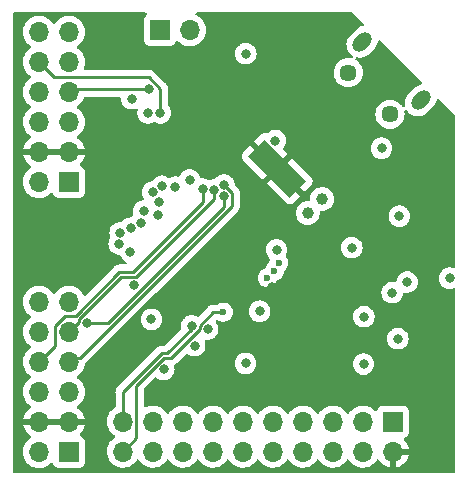
<source format=gbl>
G04 #@! TF.GenerationSoftware,KiCad,Pcbnew,(6.0.0-0)*
G04 #@! TF.CreationDate,2022-07-07T12:10:55+02:00*
G04 #@! TF.ProjectId,core-v-mini-mcu-spiboot-fpga,636f7265-2d76-42d6-9d69-6e692d6d6375,rev?*
G04 #@! TF.SameCoordinates,Original*
G04 #@! TF.FileFunction,Copper,L4,Bot*
G04 #@! TF.FilePolarity,Positive*
%FSLAX46Y46*%
G04 Gerber Fmt 4.6, Leading zero omitted, Abs format (unit mm)*
G04 Created by KiCad (PCBNEW (6.0.0-0)) date 2022-07-07 12:10:55*
%MOMM*%
%LPD*%
G01*
G04 APERTURE LIST*
G04 Aperture macros list*
%AMHorizOval*
0 Thick line with rounded ends*
0 $1 width*
0 $2 $3 position (X,Y) of the first rounded end (center of the circle)*
0 $4 $5 position (X,Y) of the second rounded end (center of the circle)*
0 Add line between two ends*
20,1,$1,$2,$3,$4,$5,0*
0 Add two circle primitives to create the rounded ends*
1,1,$1,$2,$3*
1,1,$1,$4,$5*%
%AMRotRect*
0 Rectangle, with rotation*
0 The origin of the aperture is its center*
0 $1 length*
0 $2 width*
0 $3 Rotation angle, in degrees counterclockwise*
0 Add horizontal line*
21,1,$1,$2,0,0,$3*%
G04 Aperture macros list end*
G04 #@! TA.AperFunction,ComponentPad*
%ADD10R,1.700000X1.700000*%
G04 #@! TD*
G04 #@! TA.AperFunction,ComponentPad*
%ADD11O,1.700000X1.700000*%
G04 #@! TD*
G04 #@! TA.AperFunction,ComponentPad*
%ADD12HorizOval,1.200000X-0.247487X-0.247487X0.247487X0.247487X0*%
G04 #@! TD*
G04 #@! TA.AperFunction,ComponentPad*
%ADD13HorizOval,1.200000X0.247487X0.247487X-0.247487X-0.247487X0*%
G04 #@! TD*
G04 #@! TA.AperFunction,ComponentPad*
%ADD14C,1.450000*%
G04 #@! TD*
G04 #@! TA.AperFunction,ComponentPad*
%ADD15C,1.000000*%
G04 #@! TD*
G04 #@! TA.AperFunction,SMDPad,CuDef*
%ADD16RotRect,2.000000X5.000000X45.000000*%
G04 #@! TD*
G04 #@! TA.AperFunction,ViaPad*
%ADD17C,0.800000*%
G04 #@! TD*
G04 #@! TA.AperFunction,ViaPad*
%ADD18C,0.600000*%
G04 #@! TD*
G04 #@! TA.AperFunction,Conductor*
%ADD19C,0.250000*%
G04 #@! TD*
G04 APERTURE END LIST*
D10*
X108712000Y-106648000D03*
D11*
X108712000Y-109188000D03*
X106172000Y-106648000D03*
X106172000Y-109188000D03*
X103632000Y-106648000D03*
X103632000Y-109188000D03*
X101092000Y-106648000D03*
X101092000Y-109188000D03*
X98552000Y-106648000D03*
X98552000Y-109188000D03*
X96012000Y-106648000D03*
X96012000Y-109188000D03*
X93472000Y-106648000D03*
X93472000Y-109188000D03*
X90932000Y-106648000D03*
X90932000Y-109188000D03*
X88392000Y-106648000D03*
X88392000Y-109188000D03*
X85852000Y-106648000D03*
X85852000Y-109188000D03*
D10*
X88975000Y-73500000D03*
D11*
X91515000Y-73500000D03*
D10*
X81280000Y-109220000D03*
D11*
X78740000Y-109220000D03*
X81280000Y-106680000D03*
X78740000Y-106680000D03*
X81280000Y-104140000D03*
X78740000Y-104140000D03*
X81280000Y-101600000D03*
X78740000Y-101600000D03*
X81280000Y-99060000D03*
X78740000Y-99060000D03*
X81280000Y-96520000D03*
X78740000Y-96520000D03*
D12*
X111078217Y-79425514D03*
D13*
X106128470Y-74475767D03*
D14*
X108461922Y-80627596D03*
X104926388Y-77092062D03*
D10*
X81280000Y-86360000D03*
D11*
X78740000Y-86360000D03*
X81280000Y-83820000D03*
X78740000Y-83820000D03*
X81280000Y-81280000D03*
X78740000Y-81280000D03*
X81280000Y-78740000D03*
X78740000Y-78740000D03*
X81280000Y-76200000D03*
X78740000Y-76200000D03*
X81280000Y-73660000D03*
X78740000Y-73660000D03*
D15*
X101500000Y-89000000D03*
X102702082Y-87797918D03*
D16*
X98919060Y-85216979D03*
D17*
X86775000Y-95050000D03*
X91925000Y-100225000D03*
X98850000Y-92100000D03*
X93025000Y-98800000D03*
X92425000Y-96100000D03*
X113250000Y-92500000D03*
X92250000Y-92750000D03*
X92650000Y-82475000D03*
X97040559Y-100109441D03*
X98502752Y-95208873D03*
X92475000Y-104850000D03*
X88725000Y-84850000D03*
X94646751Y-101396751D03*
X103500000Y-97750000D03*
X110000000Y-88250000D03*
X104500000Y-79000000D03*
X83500000Y-81000000D03*
X101050000Y-91750000D03*
X100750000Y-86250000D03*
X100000000Y-99800000D03*
X96250000Y-75500000D03*
X113500000Y-94500000D03*
X88263129Y-98000000D03*
X97425000Y-97300000D03*
X109250000Y-89250000D03*
X89300000Y-102225000D03*
X91486715Y-86185834D03*
X107750000Y-83500000D03*
X106225000Y-101775000D03*
X109125000Y-99625000D03*
X98750000Y-82850000D03*
X105225000Y-91925000D03*
X96225000Y-101725000D03*
X90275990Y-86787318D03*
X89157665Y-86711553D03*
X88355565Y-87219677D03*
X88890833Y-88060554D03*
X85524500Y-91609356D03*
X85610261Y-90663734D03*
X91675999Y-98538277D03*
D18*
X94350000Y-97375000D03*
D17*
X94400989Y-87543306D03*
X82834098Y-98287215D03*
X93565654Y-87045211D03*
X92619949Y-86960378D03*
X94400990Y-86593804D03*
X87974500Y-80512299D03*
X88816860Y-89123668D03*
X87606233Y-88819933D03*
X89025500Y-80500000D03*
X87386997Y-89795095D03*
X86576304Y-79298294D03*
X88012299Y-78487701D03*
X86487947Y-92283856D03*
X109912722Y-94829448D03*
D18*
X99050000Y-93200000D03*
D17*
X86506531Y-90268156D03*
D18*
X98677436Y-93889903D03*
D17*
X108644199Y-95727473D03*
D18*
X98074951Y-94474951D03*
D17*
X106250000Y-97750000D03*
D19*
X94350000Y-97375000D02*
X93496110Y-97375000D01*
X92350499Y-98520611D02*
X92350499Y-98845611D01*
X93496110Y-97375000D02*
X92350499Y-98520611D01*
X92350499Y-98845611D02*
X89920611Y-101275499D01*
X89920611Y-101275499D02*
X89295611Y-101275499D01*
X89295611Y-101275499D02*
X86976511Y-103594599D01*
X86976511Y-108063489D02*
X85852000Y-109188000D01*
X86976511Y-103594599D02*
X86976511Y-108063489D01*
X91675999Y-98538277D02*
X91675999Y-98805118D01*
X89130128Y-100875989D02*
X85852000Y-104154117D01*
X91675999Y-98805118D02*
X89605127Y-100875989D01*
X89605127Y-100875989D02*
X89130128Y-100875989D01*
X85852000Y-104154117D02*
X85852000Y-106648000D01*
X82834098Y-98287215D02*
X84616675Y-98287215D01*
X84616675Y-98287215D02*
X94400989Y-88502901D01*
X94400989Y-88502901D02*
X94400989Y-87543306D01*
X82130000Y-98210000D02*
X82130000Y-97966713D01*
X82130000Y-97966713D02*
X85721214Y-94375499D01*
X93565654Y-87794650D02*
X93565654Y-87045211D01*
X81280000Y-99060000D02*
X82130000Y-98210000D01*
X86984805Y-94375499D02*
X93565654Y-87794650D01*
X85721214Y-94375499D02*
X86984805Y-94375499D01*
X80984479Y-97694511D02*
X81837208Y-97694511D01*
X78740000Y-101600000D02*
X80105489Y-100234511D01*
X80105489Y-98573501D02*
X80984479Y-97694511D01*
X81837208Y-97694511D02*
X85555731Y-93975988D01*
X86674012Y-93975988D02*
X92619949Y-88030051D01*
X85555731Y-93975988D02*
X86674012Y-93975988D01*
X80105489Y-100234511D02*
X80105489Y-98573501D01*
X92619949Y-88030051D02*
X92619949Y-86960378D01*
X82000000Y-101250000D02*
X82218883Y-101250000D01*
X95100490Y-87263917D02*
X94430377Y-86593804D01*
X82218883Y-101250000D02*
X95100490Y-88368393D01*
X94430377Y-86593804D02*
X94400990Y-86593804D01*
X95100490Y-88368393D02*
X95100490Y-87263917D01*
X89025500Y-78476302D02*
X89025500Y-80500000D01*
X78740000Y-76200000D02*
X80040000Y-77500000D01*
X88049198Y-77500000D02*
X89025500Y-78476302D01*
X80040000Y-77500000D02*
X88049198Y-77500000D01*
X88000000Y-78500000D02*
X88012299Y-78487701D01*
X81520000Y-78500000D02*
X88000000Y-78500000D01*
X81280000Y-78740000D02*
X81520000Y-78500000D01*
G04 #@! TA.AperFunction,Conductor*
G36*
X87823562Y-72028002D02*
G01*
X87870055Y-72081658D01*
X87880159Y-72151932D01*
X87850665Y-72216512D01*
X87831006Y-72234826D01*
X87798568Y-72259137D01*
X87761739Y-72286739D01*
X87674385Y-72403295D01*
X87623255Y-72539684D01*
X87616500Y-72601866D01*
X87616500Y-74398134D01*
X87623255Y-74460316D01*
X87674385Y-74596705D01*
X87761739Y-74713261D01*
X87878295Y-74800615D01*
X88014684Y-74851745D01*
X88076866Y-74858500D01*
X89873134Y-74858500D01*
X89935316Y-74851745D01*
X90071705Y-74800615D01*
X90188261Y-74713261D01*
X90275615Y-74596705D01*
X90297799Y-74537529D01*
X90319598Y-74479382D01*
X90362240Y-74422618D01*
X90428802Y-74397918D01*
X90498150Y-74413126D01*
X90532817Y-74441114D01*
X90561250Y-74473938D01*
X90733126Y-74616632D01*
X90926000Y-74729338D01*
X91134692Y-74809030D01*
X91139760Y-74810061D01*
X91139763Y-74810062D01*
X91218323Y-74826045D01*
X91353597Y-74853567D01*
X91358772Y-74853757D01*
X91358774Y-74853757D01*
X91571673Y-74861564D01*
X91571677Y-74861564D01*
X91576837Y-74861753D01*
X91581957Y-74861097D01*
X91581959Y-74861097D01*
X91793288Y-74834025D01*
X91793289Y-74834025D01*
X91798416Y-74833368D01*
X91806656Y-74830896D01*
X92007429Y-74770661D01*
X92007434Y-74770659D01*
X92012384Y-74769174D01*
X92212994Y-74670896D01*
X92394860Y-74541173D01*
X92553096Y-74383489D01*
X92568826Y-74361599D01*
X92680435Y-74206277D01*
X92683453Y-74202077D01*
X92701060Y-74166453D01*
X92780136Y-74006453D01*
X92780137Y-74006451D01*
X92782430Y-74001811D01*
X92827106Y-73854767D01*
X92845865Y-73793023D01*
X92845865Y-73793021D01*
X92847370Y-73788069D01*
X92876529Y-73566590D01*
X92878156Y-73500000D01*
X92859852Y-73277361D01*
X92805431Y-73060702D01*
X92716354Y-72855840D01*
X92595014Y-72668277D01*
X92444670Y-72503051D01*
X92440619Y-72499852D01*
X92440615Y-72499848D01*
X92273414Y-72367800D01*
X92273410Y-72367798D01*
X92269359Y-72364598D01*
X92073789Y-72256638D01*
X92068919Y-72254913D01*
X92068909Y-72254909D01*
X92062874Y-72252772D01*
X92005338Y-72211178D01*
X91979423Y-72145080D01*
X91993358Y-72075464D01*
X92042717Y-72024433D01*
X92104935Y-72008000D01*
X105237390Y-72008000D01*
X105305511Y-72028002D01*
X105326485Y-72044905D01*
X106212371Y-72930791D01*
X106246397Y-72993103D01*
X106241332Y-73063918D01*
X106198785Y-73120754D01*
X106149796Y-73143063D01*
X106039255Y-73166862D01*
X106033743Y-73169207D01*
X106033741Y-73169208D01*
X105986511Y-73189305D01*
X105844621Y-73249680D01*
X105669158Y-73367808D01*
X105665033Y-73371549D01*
X105059787Y-73976794D01*
X104958903Y-74098959D01*
X104857487Y-74284583D01*
X104821208Y-74397918D01*
X104795132Y-74479382D01*
X104793002Y-74486035D01*
X104792288Y-74491981D01*
X104770636Y-74672218D01*
X104767773Y-74696047D01*
X104768196Y-74702022D01*
X104768196Y-74702025D01*
X104779460Y-74861097D01*
X104782713Y-74907042D01*
X104784260Y-74912835D01*
X104784260Y-74912836D01*
X104818222Y-75040027D01*
X104837280Y-75111404D01*
X104839894Y-75116799D01*
X104839895Y-75116802D01*
X104883533Y-75206870D01*
X104929507Y-75301761D01*
X105056066Y-75471244D01*
X105212389Y-75613736D01*
X105217503Y-75616864D01*
X105217506Y-75616866D01*
X105277559Y-75653594D01*
X105325236Y-75706200D01*
X105336904Y-75776231D01*
X105308858Y-75841453D01*
X105250002Y-75881159D01*
X105179207Y-75882791D01*
X105146716Y-75874085D01*
X105146714Y-75874085D01*
X105141401Y-75872661D01*
X104926388Y-75853850D01*
X104711375Y-75872661D01*
X104706062Y-75874085D01*
X104706060Y-75874085D01*
X104508205Y-75927100D01*
X104508203Y-75927101D01*
X104502895Y-75928523D01*
X104497914Y-75930845D01*
X104497913Y-75930846D01*
X104312269Y-76017413D01*
X104312264Y-76017416D01*
X104307282Y-76019739D01*
X104130481Y-76143537D01*
X103977863Y-76296155D01*
X103854065Y-76472956D01*
X103851742Y-76477938D01*
X103851739Y-76477943D01*
X103791261Y-76607639D01*
X103762849Y-76668569D01*
X103761427Y-76673877D01*
X103761426Y-76673879D01*
X103709285Y-76868472D01*
X103706987Y-76877049D01*
X103688176Y-77092062D01*
X103706987Y-77307075D01*
X103708411Y-77312388D01*
X103708411Y-77312390D01*
X103754222Y-77483357D01*
X103762849Y-77515555D01*
X103765171Y-77520536D01*
X103765172Y-77520537D01*
X103851739Y-77706181D01*
X103851742Y-77706186D01*
X103854065Y-77711168D01*
X103923378Y-77810156D01*
X103972660Y-77880538D01*
X103977863Y-77887969D01*
X104130481Y-78040587D01*
X104134989Y-78043744D01*
X104134992Y-78043746D01*
X104175472Y-78072090D01*
X104307282Y-78164385D01*
X104312264Y-78166708D01*
X104312269Y-78166711D01*
X104497913Y-78253278D01*
X104502895Y-78255601D01*
X104508203Y-78257023D01*
X104508205Y-78257024D01*
X104706060Y-78310039D01*
X104706062Y-78310039D01*
X104711375Y-78311463D01*
X104926388Y-78330274D01*
X105141401Y-78311463D01*
X105146714Y-78310039D01*
X105146716Y-78310039D01*
X105344571Y-78257024D01*
X105344573Y-78257023D01*
X105349881Y-78255601D01*
X105354863Y-78253278D01*
X105540507Y-78166711D01*
X105540512Y-78166708D01*
X105545494Y-78164385D01*
X105677304Y-78072090D01*
X105717784Y-78043746D01*
X105717787Y-78043744D01*
X105722295Y-78040587D01*
X105874913Y-77887969D01*
X105880117Y-77880538D01*
X105929398Y-77810156D01*
X105998711Y-77711168D01*
X106001034Y-77706186D01*
X106001037Y-77706181D01*
X106087604Y-77520537D01*
X106087605Y-77520536D01*
X106089927Y-77515555D01*
X106098555Y-77483357D01*
X106144365Y-77312390D01*
X106144365Y-77312388D01*
X106145789Y-77307075D01*
X106164600Y-77092062D01*
X106145789Y-76877049D01*
X106143491Y-76868472D01*
X106091350Y-76673879D01*
X106091349Y-76673877D01*
X106089927Y-76668569D01*
X106061515Y-76607639D01*
X106001037Y-76477943D01*
X106001034Y-76477938D01*
X105998711Y-76472956D01*
X105874913Y-76296155D01*
X105722295Y-76143537D01*
X105717784Y-76140378D01*
X105572275Y-76038491D01*
X105527947Y-75983034D01*
X105520638Y-75912414D01*
X105552669Y-75849054D01*
X105613870Y-75813069D01*
X105665666Y-75811061D01*
X105799429Y-75833806D01*
X105878584Y-75832079D01*
X106004902Y-75829322D01*
X106004903Y-75829322D01*
X106010900Y-75829191D01*
X106016760Y-75827929D01*
X106016763Y-75827929D01*
X106154162Y-75798348D01*
X106217685Y-75784672D01*
X106223197Y-75782327D01*
X106223199Y-75782326D01*
X106389870Y-75711406D01*
X106412319Y-75701854D01*
X106587782Y-75583726D01*
X106591907Y-75579985D01*
X107197153Y-74974740D01*
X107298037Y-74852575D01*
X107399453Y-74666951D01*
X107463938Y-74465499D01*
X107464653Y-74459543D01*
X107465014Y-74457890D01*
X107499069Y-74395594D01*
X107561398Y-74361599D01*
X107632211Y-74366697D01*
X107677217Y-74395637D01*
X111162118Y-77880538D01*
X111196144Y-77942850D01*
X111191079Y-78013665D01*
X111148532Y-78070501D01*
X111099543Y-78092810D01*
X110989002Y-78116609D01*
X110983490Y-78118954D01*
X110983488Y-78118955D01*
X110947877Y-78134108D01*
X110794368Y-78199427D01*
X110618905Y-78317555D01*
X110614780Y-78321296D01*
X110009534Y-78926541D01*
X109908650Y-79048706D01*
X109807234Y-79234330D01*
X109770263Y-79349829D01*
X109749323Y-79415246D01*
X109742749Y-79435782D01*
X109739073Y-79466380D01*
X109719266Y-79631262D01*
X109717520Y-79645794D01*
X109717943Y-79651769D01*
X109717943Y-79651772D01*
X109731282Y-79840146D01*
X109732460Y-79856789D01*
X109734007Y-79862582D01*
X109734007Y-79862583D01*
X109736235Y-79870927D01*
X109734483Y-79941902D01*
X109694638Y-80000663D01*
X109629349Y-80028554D01*
X109559346Y-80016719D01*
X109511287Y-79975703D01*
X109511044Y-79975355D01*
X109437922Y-79870927D01*
X109413606Y-79836200D01*
X109413604Y-79836197D01*
X109410447Y-79831689D01*
X109257829Y-79679071D01*
X109252834Y-79675573D01*
X109172368Y-79619230D01*
X109081028Y-79555273D01*
X109076046Y-79552950D01*
X109076041Y-79552947D01*
X108890397Y-79466380D01*
X108890396Y-79466379D01*
X108885415Y-79464057D01*
X108880107Y-79462635D01*
X108880105Y-79462634D01*
X108682250Y-79409619D01*
X108682248Y-79409619D01*
X108676935Y-79408195D01*
X108461922Y-79389384D01*
X108246909Y-79408195D01*
X108241596Y-79409619D01*
X108241594Y-79409619D01*
X108043739Y-79462634D01*
X108043737Y-79462635D01*
X108038429Y-79464057D01*
X108033448Y-79466379D01*
X108033447Y-79466380D01*
X107847803Y-79552947D01*
X107847798Y-79552950D01*
X107842816Y-79555273D01*
X107751476Y-79619230D01*
X107671011Y-79675573D01*
X107666015Y-79679071D01*
X107513397Y-79831689D01*
X107510240Y-79836197D01*
X107510238Y-79836200D01*
X107485922Y-79870927D01*
X107389599Y-80008490D01*
X107387276Y-80013472D01*
X107387273Y-80013477D01*
X107314857Y-80168775D01*
X107298383Y-80204103D01*
X107296961Y-80209411D01*
X107296960Y-80209413D01*
X107257694Y-80355955D01*
X107242521Y-80412583D01*
X107223710Y-80627596D01*
X107242521Y-80842609D01*
X107298383Y-81051089D01*
X107300705Y-81056070D01*
X107300706Y-81056071D01*
X107387273Y-81241715D01*
X107387276Y-81241720D01*
X107389599Y-81246702D01*
X107431192Y-81306102D01*
X107502892Y-81408500D01*
X107513397Y-81423503D01*
X107666015Y-81576121D01*
X107842816Y-81699919D01*
X107847798Y-81702242D01*
X107847803Y-81702245D01*
X108028388Y-81786453D01*
X108038429Y-81791135D01*
X108043737Y-81792557D01*
X108043739Y-81792558D01*
X108241594Y-81845573D01*
X108241596Y-81845573D01*
X108246909Y-81846997D01*
X108461922Y-81865808D01*
X108676935Y-81846997D01*
X108682248Y-81845573D01*
X108682250Y-81845573D01*
X108880105Y-81792558D01*
X108880107Y-81792557D01*
X108885415Y-81791135D01*
X108895456Y-81786453D01*
X109076041Y-81702245D01*
X109076046Y-81702242D01*
X109081028Y-81699919D01*
X109257829Y-81576121D01*
X109410447Y-81423503D01*
X109420953Y-81408500D01*
X109492652Y-81306102D01*
X109534245Y-81246702D01*
X109536568Y-81241720D01*
X109536571Y-81241715D01*
X109623138Y-81056071D01*
X109623139Y-81056070D01*
X109625461Y-81051089D01*
X109681323Y-80842609D01*
X109700134Y-80627596D01*
X109681323Y-80412583D01*
X109672985Y-80381465D01*
X109674675Y-80310489D01*
X109714469Y-80251693D01*
X109779734Y-80223745D01*
X109849747Y-80235519D01*
X109895650Y-80273465D01*
X110005813Y-80420991D01*
X110162136Y-80563483D01*
X110167254Y-80566613D01*
X110337471Y-80670719D01*
X110337477Y-80670722D01*
X110342585Y-80673846D01*
X110540647Y-80748095D01*
X110626010Y-80762610D01*
X110743259Y-80782547D01*
X110743260Y-80782547D01*
X110749176Y-80783553D01*
X110828331Y-80781826D01*
X110954649Y-80779069D01*
X110954650Y-80779069D01*
X110960647Y-80778938D01*
X110966507Y-80777676D01*
X110966510Y-80777676D01*
X111081437Y-80752933D01*
X111167432Y-80734419D01*
X111172944Y-80732074D01*
X111172946Y-80732073D01*
X111309787Y-80673846D01*
X111362066Y-80651601D01*
X111537529Y-80533473D01*
X111541654Y-80529732D01*
X112146900Y-79924487D01*
X112158124Y-79910896D01*
X112205664Y-79853327D01*
X112247784Y-79802322D01*
X112349200Y-79616698D01*
X112413685Y-79415246D01*
X112414400Y-79409290D01*
X112414761Y-79407637D01*
X112448816Y-79345341D01*
X112511145Y-79311346D01*
X112581958Y-79316444D01*
X112626964Y-79345384D01*
X113955095Y-80673515D01*
X113989121Y-80735827D01*
X113992000Y-80762610D01*
X113992000Y-93530552D01*
X113971998Y-93598673D01*
X113918342Y-93645166D01*
X113848068Y-93655270D01*
X113814753Y-93645659D01*
X113788327Y-93633894D01*
X113788321Y-93633892D01*
X113782288Y-93631206D01*
X113688887Y-93611353D01*
X113601944Y-93592872D01*
X113601939Y-93592872D01*
X113595487Y-93591500D01*
X113404513Y-93591500D01*
X113398061Y-93592872D01*
X113398056Y-93592872D01*
X113311113Y-93611353D01*
X113217712Y-93631206D01*
X113211682Y-93633891D01*
X113211681Y-93633891D01*
X113049278Y-93706197D01*
X113049276Y-93706198D01*
X113043248Y-93708882D01*
X112888747Y-93821134D01*
X112884326Y-93826044D01*
X112884325Y-93826045D01*
X112845203Y-93869495D01*
X112760960Y-93963056D01*
X112665473Y-94128444D01*
X112606458Y-94310072D01*
X112586496Y-94500000D01*
X112587186Y-94506565D01*
X112603466Y-94661456D01*
X112606458Y-94689928D01*
X112665473Y-94871556D01*
X112760960Y-95036944D01*
X112765378Y-95041851D01*
X112765379Y-95041852D01*
X112884325Y-95173955D01*
X112888747Y-95178866D01*
X112972791Y-95239928D01*
X113026758Y-95279137D01*
X113043248Y-95291118D01*
X113049276Y-95293802D01*
X113049278Y-95293803D01*
X113211681Y-95366109D01*
X113217712Y-95368794D01*
X113292064Y-95384598D01*
X113398056Y-95407128D01*
X113398061Y-95407128D01*
X113404513Y-95408500D01*
X113595487Y-95408500D01*
X113601939Y-95407128D01*
X113601944Y-95407128D01*
X113707936Y-95384598D01*
X113782288Y-95368794D01*
X113788321Y-95366108D01*
X113788327Y-95366106D01*
X113814753Y-95354341D01*
X113885120Y-95344907D01*
X113949416Y-95375014D01*
X113987229Y-95435104D01*
X113992000Y-95469448D01*
X113992000Y-110866000D01*
X113971998Y-110934121D01*
X113918342Y-110980614D01*
X113866000Y-110992000D01*
X76634000Y-110992000D01*
X76565879Y-110971998D01*
X76519386Y-110918342D01*
X76508000Y-110866000D01*
X76508000Y-109186695D01*
X77377251Y-109186695D01*
X77390110Y-109409715D01*
X77391247Y-109414761D01*
X77391248Y-109414767D01*
X77405064Y-109476069D01*
X77439222Y-109627639D01*
X77466277Y-109694267D01*
X77512061Y-109807020D01*
X77523266Y-109834616D01*
X77557775Y-109890930D01*
X77622769Y-109996990D01*
X77639987Y-110025088D01*
X77786250Y-110193938D01*
X77958126Y-110336632D01*
X78151000Y-110449338D01*
X78155825Y-110451180D01*
X78155826Y-110451181D01*
X78175414Y-110458661D01*
X78359692Y-110529030D01*
X78364760Y-110530061D01*
X78364763Y-110530062D01*
X78458324Y-110549097D01*
X78578597Y-110573567D01*
X78583772Y-110573757D01*
X78583774Y-110573757D01*
X78796673Y-110581564D01*
X78796677Y-110581564D01*
X78801837Y-110581753D01*
X78806957Y-110581097D01*
X78806959Y-110581097D01*
X79018288Y-110554025D01*
X79018289Y-110554025D01*
X79023416Y-110553368D01*
X79028366Y-110551883D01*
X79232429Y-110490661D01*
X79232434Y-110490659D01*
X79237384Y-110489174D01*
X79437994Y-110390896D01*
X79619860Y-110261173D01*
X79728091Y-110153319D01*
X79790462Y-110119404D01*
X79861268Y-110124592D01*
X79918030Y-110167238D01*
X79935012Y-110198341D01*
X79957201Y-110257529D01*
X79979385Y-110316705D01*
X80066739Y-110433261D01*
X80183295Y-110520615D01*
X80319684Y-110571745D01*
X80381866Y-110578500D01*
X82178134Y-110578500D01*
X82240316Y-110571745D01*
X82376705Y-110520615D01*
X82493261Y-110433261D01*
X82580615Y-110316705D01*
X82631745Y-110180316D01*
X82638500Y-110118134D01*
X82638500Y-109154695D01*
X84489251Y-109154695D01*
X84502110Y-109377715D01*
X84503247Y-109382761D01*
X84503248Y-109382767D01*
X84510460Y-109414767D01*
X84551222Y-109595639D01*
X84635266Y-109802616D01*
X84685863Y-109885183D01*
X84749291Y-109988688D01*
X84751987Y-109993088D01*
X84898250Y-110161938D01*
X85070126Y-110304632D01*
X85263000Y-110417338D01*
X85267825Y-110419180D01*
X85267826Y-110419181D01*
X85304698Y-110433261D01*
X85471692Y-110497030D01*
X85476760Y-110498061D01*
X85476763Y-110498062D01*
X85561142Y-110515229D01*
X85690597Y-110541567D01*
X85695772Y-110541757D01*
X85695774Y-110541757D01*
X85908673Y-110549564D01*
X85908677Y-110549564D01*
X85913837Y-110549753D01*
X85918957Y-110549097D01*
X85918959Y-110549097D01*
X86130288Y-110522025D01*
X86130289Y-110522025D01*
X86135416Y-110521368D01*
X86140366Y-110519883D01*
X86344429Y-110458661D01*
X86344434Y-110458659D01*
X86349384Y-110457174D01*
X86549994Y-110358896D01*
X86731860Y-110229173D01*
X86890096Y-110071489D01*
X86920635Y-110028990D01*
X87020453Y-109890077D01*
X87021776Y-109891028D01*
X87068645Y-109847857D01*
X87138580Y-109835625D01*
X87204026Y-109863144D01*
X87231875Y-109894994D01*
X87291987Y-109993088D01*
X87438250Y-110161938D01*
X87610126Y-110304632D01*
X87803000Y-110417338D01*
X87807825Y-110419180D01*
X87807826Y-110419181D01*
X87844698Y-110433261D01*
X88011692Y-110497030D01*
X88016760Y-110498061D01*
X88016763Y-110498062D01*
X88101142Y-110515229D01*
X88230597Y-110541567D01*
X88235772Y-110541757D01*
X88235774Y-110541757D01*
X88448673Y-110549564D01*
X88448677Y-110549564D01*
X88453837Y-110549753D01*
X88458957Y-110549097D01*
X88458959Y-110549097D01*
X88670288Y-110522025D01*
X88670289Y-110522025D01*
X88675416Y-110521368D01*
X88680366Y-110519883D01*
X88884429Y-110458661D01*
X88884434Y-110458659D01*
X88889384Y-110457174D01*
X89089994Y-110358896D01*
X89271860Y-110229173D01*
X89430096Y-110071489D01*
X89460635Y-110028990D01*
X89560453Y-109890077D01*
X89561776Y-109891028D01*
X89608645Y-109847857D01*
X89678580Y-109835625D01*
X89744026Y-109863144D01*
X89771875Y-109894994D01*
X89831987Y-109993088D01*
X89978250Y-110161938D01*
X90150126Y-110304632D01*
X90343000Y-110417338D01*
X90347825Y-110419180D01*
X90347826Y-110419181D01*
X90384698Y-110433261D01*
X90551692Y-110497030D01*
X90556760Y-110498061D01*
X90556763Y-110498062D01*
X90641142Y-110515229D01*
X90770597Y-110541567D01*
X90775772Y-110541757D01*
X90775774Y-110541757D01*
X90988673Y-110549564D01*
X90988677Y-110549564D01*
X90993837Y-110549753D01*
X90998957Y-110549097D01*
X90998959Y-110549097D01*
X91210288Y-110522025D01*
X91210289Y-110522025D01*
X91215416Y-110521368D01*
X91220366Y-110519883D01*
X91424429Y-110458661D01*
X91424434Y-110458659D01*
X91429384Y-110457174D01*
X91629994Y-110358896D01*
X91811860Y-110229173D01*
X91970096Y-110071489D01*
X92000635Y-110028990D01*
X92100453Y-109890077D01*
X92101776Y-109891028D01*
X92148645Y-109847857D01*
X92218580Y-109835625D01*
X92284026Y-109863144D01*
X92311875Y-109894994D01*
X92371987Y-109993088D01*
X92518250Y-110161938D01*
X92690126Y-110304632D01*
X92883000Y-110417338D01*
X92887825Y-110419180D01*
X92887826Y-110419181D01*
X92924698Y-110433261D01*
X93091692Y-110497030D01*
X93096760Y-110498061D01*
X93096763Y-110498062D01*
X93181142Y-110515229D01*
X93310597Y-110541567D01*
X93315772Y-110541757D01*
X93315774Y-110541757D01*
X93528673Y-110549564D01*
X93528677Y-110549564D01*
X93533837Y-110549753D01*
X93538957Y-110549097D01*
X93538959Y-110549097D01*
X93750288Y-110522025D01*
X93750289Y-110522025D01*
X93755416Y-110521368D01*
X93760366Y-110519883D01*
X93964429Y-110458661D01*
X93964434Y-110458659D01*
X93969384Y-110457174D01*
X94169994Y-110358896D01*
X94351860Y-110229173D01*
X94510096Y-110071489D01*
X94540635Y-110028990D01*
X94640453Y-109890077D01*
X94641776Y-109891028D01*
X94688645Y-109847857D01*
X94758580Y-109835625D01*
X94824026Y-109863144D01*
X94851875Y-109894994D01*
X94911987Y-109993088D01*
X95058250Y-110161938D01*
X95230126Y-110304632D01*
X95423000Y-110417338D01*
X95427825Y-110419180D01*
X95427826Y-110419181D01*
X95464698Y-110433261D01*
X95631692Y-110497030D01*
X95636760Y-110498061D01*
X95636763Y-110498062D01*
X95721142Y-110515229D01*
X95850597Y-110541567D01*
X95855772Y-110541757D01*
X95855774Y-110541757D01*
X96068673Y-110549564D01*
X96068677Y-110549564D01*
X96073837Y-110549753D01*
X96078957Y-110549097D01*
X96078959Y-110549097D01*
X96290288Y-110522025D01*
X96290289Y-110522025D01*
X96295416Y-110521368D01*
X96300366Y-110519883D01*
X96504429Y-110458661D01*
X96504434Y-110458659D01*
X96509384Y-110457174D01*
X96709994Y-110358896D01*
X96891860Y-110229173D01*
X97050096Y-110071489D01*
X97080635Y-110028990D01*
X97180453Y-109890077D01*
X97181776Y-109891028D01*
X97228645Y-109847857D01*
X97298580Y-109835625D01*
X97364026Y-109863144D01*
X97391875Y-109894994D01*
X97451987Y-109993088D01*
X97598250Y-110161938D01*
X97770126Y-110304632D01*
X97963000Y-110417338D01*
X97967825Y-110419180D01*
X97967826Y-110419181D01*
X98004698Y-110433261D01*
X98171692Y-110497030D01*
X98176760Y-110498061D01*
X98176763Y-110498062D01*
X98261142Y-110515229D01*
X98390597Y-110541567D01*
X98395772Y-110541757D01*
X98395774Y-110541757D01*
X98608673Y-110549564D01*
X98608677Y-110549564D01*
X98613837Y-110549753D01*
X98618957Y-110549097D01*
X98618959Y-110549097D01*
X98830288Y-110522025D01*
X98830289Y-110522025D01*
X98835416Y-110521368D01*
X98840366Y-110519883D01*
X99044429Y-110458661D01*
X99044434Y-110458659D01*
X99049384Y-110457174D01*
X99249994Y-110358896D01*
X99431860Y-110229173D01*
X99590096Y-110071489D01*
X99620635Y-110028990D01*
X99720453Y-109890077D01*
X99721776Y-109891028D01*
X99768645Y-109847857D01*
X99838580Y-109835625D01*
X99904026Y-109863144D01*
X99931875Y-109894994D01*
X99991987Y-109993088D01*
X100138250Y-110161938D01*
X100310126Y-110304632D01*
X100503000Y-110417338D01*
X100507825Y-110419180D01*
X100507826Y-110419181D01*
X100544698Y-110433261D01*
X100711692Y-110497030D01*
X100716760Y-110498061D01*
X100716763Y-110498062D01*
X100801142Y-110515229D01*
X100930597Y-110541567D01*
X100935772Y-110541757D01*
X100935774Y-110541757D01*
X101148673Y-110549564D01*
X101148677Y-110549564D01*
X101153837Y-110549753D01*
X101158957Y-110549097D01*
X101158959Y-110549097D01*
X101370288Y-110522025D01*
X101370289Y-110522025D01*
X101375416Y-110521368D01*
X101380366Y-110519883D01*
X101584429Y-110458661D01*
X101584434Y-110458659D01*
X101589384Y-110457174D01*
X101789994Y-110358896D01*
X101971860Y-110229173D01*
X102130096Y-110071489D01*
X102160635Y-110028990D01*
X102260453Y-109890077D01*
X102261776Y-109891028D01*
X102308645Y-109847857D01*
X102378580Y-109835625D01*
X102444026Y-109863144D01*
X102471875Y-109894994D01*
X102531987Y-109993088D01*
X102678250Y-110161938D01*
X102850126Y-110304632D01*
X103043000Y-110417338D01*
X103047825Y-110419180D01*
X103047826Y-110419181D01*
X103084698Y-110433261D01*
X103251692Y-110497030D01*
X103256760Y-110498061D01*
X103256763Y-110498062D01*
X103341142Y-110515229D01*
X103470597Y-110541567D01*
X103475772Y-110541757D01*
X103475774Y-110541757D01*
X103688673Y-110549564D01*
X103688677Y-110549564D01*
X103693837Y-110549753D01*
X103698957Y-110549097D01*
X103698959Y-110549097D01*
X103910288Y-110522025D01*
X103910289Y-110522025D01*
X103915416Y-110521368D01*
X103920366Y-110519883D01*
X104124429Y-110458661D01*
X104124434Y-110458659D01*
X104129384Y-110457174D01*
X104329994Y-110358896D01*
X104511860Y-110229173D01*
X104670096Y-110071489D01*
X104700635Y-110028990D01*
X104800453Y-109890077D01*
X104801776Y-109891028D01*
X104848645Y-109847857D01*
X104918580Y-109835625D01*
X104984026Y-109863144D01*
X105011875Y-109894994D01*
X105071987Y-109993088D01*
X105218250Y-110161938D01*
X105390126Y-110304632D01*
X105583000Y-110417338D01*
X105587825Y-110419180D01*
X105587826Y-110419181D01*
X105624698Y-110433261D01*
X105791692Y-110497030D01*
X105796760Y-110498061D01*
X105796763Y-110498062D01*
X105881142Y-110515229D01*
X106010597Y-110541567D01*
X106015772Y-110541757D01*
X106015774Y-110541757D01*
X106228673Y-110549564D01*
X106228677Y-110549564D01*
X106233837Y-110549753D01*
X106238957Y-110549097D01*
X106238959Y-110549097D01*
X106450288Y-110522025D01*
X106450289Y-110522025D01*
X106455416Y-110521368D01*
X106460366Y-110519883D01*
X106664429Y-110458661D01*
X106664434Y-110458659D01*
X106669384Y-110457174D01*
X106869994Y-110358896D01*
X107051860Y-110229173D01*
X107210096Y-110071489D01*
X107240635Y-110028990D01*
X107340453Y-109890077D01*
X107341640Y-109890930D01*
X107388960Y-109847362D01*
X107458897Y-109835145D01*
X107524338Y-109862678D01*
X107552166Y-109894511D01*
X107609694Y-109988388D01*
X107615777Y-109996699D01*
X107755213Y-110157667D01*
X107762580Y-110164883D01*
X107926434Y-110300916D01*
X107934881Y-110306831D01*
X108118756Y-110414279D01*
X108128042Y-110418729D01*
X108327001Y-110494703D01*
X108336899Y-110497579D01*
X108440250Y-110518606D01*
X108454299Y-110517410D01*
X108458000Y-110507065D01*
X108458000Y-110506517D01*
X108966000Y-110506517D01*
X108970064Y-110520359D01*
X108983478Y-110522393D01*
X108990184Y-110521534D01*
X109000262Y-110519392D01*
X109204255Y-110458191D01*
X109213842Y-110454433D01*
X109405095Y-110360739D01*
X109413945Y-110355464D01*
X109587328Y-110231792D01*
X109595200Y-110225139D01*
X109746052Y-110074812D01*
X109752730Y-110066965D01*
X109877003Y-109894020D01*
X109882313Y-109885183D01*
X109976670Y-109694267D01*
X109980469Y-109684672D01*
X110042377Y-109480910D01*
X110044555Y-109470837D01*
X110045986Y-109459962D01*
X110043775Y-109445778D01*
X110030617Y-109442000D01*
X108984115Y-109442000D01*
X108968876Y-109446475D01*
X108967671Y-109447865D01*
X108966000Y-109455548D01*
X108966000Y-110506517D01*
X108458000Y-110506517D01*
X108458000Y-109060000D01*
X108478002Y-108991879D01*
X108531658Y-108945386D01*
X108584000Y-108934000D01*
X110030344Y-108934000D01*
X110043875Y-108930027D01*
X110045180Y-108920947D01*
X110003214Y-108753875D01*
X109999894Y-108744124D01*
X109914972Y-108548814D01*
X109910105Y-108539739D01*
X109794426Y-108360926D01*
X109788136Y-108352757D01*
X109644293Y-108194677D01*
X109613241Y-108130831D01*
X109621635Y-108060333D01*
X109666812Y-108005564D01*
X109693256Y-107991895D01*
X109800297Y-107951767D01*
X109808705Y-107948615D01*
X109925261Y-107861261D01*
X110012615Y-107744705D01*
X110063745Y-107608316D01*
X110070500Y-107546134D01*
X110070500Y-105749866D01*
X110063745Y-105687684D01*
X110012615Y-105551295D01*
X109925261Y-105434739D01*
X109808705Y-105347385D01*
X109672316Y-105296255D01*
X109610134Y-105289500D01*
X107813866Y-105289500D01*
X107751684Y-105296255D01*
X107615295Y-105347385D01*
X107498739Y-105434739D01*
X107411385Y-105551295D01*
X107408233Y-105559703D01*
X107366919Y-105669907D01*
X107324277Y-105726671D01*
X107257716Y-105751371D01*
X107188367Y-105736163D01*
X107155743Y-105710476D01*
X107105151Y-105654875D01*
X107105142Y-105654866D01*
X107101670Y-105651051D01*
X107097619Y-105647852D01*
X107097615Y-105647848D01*
X106930414Y-105515800D01*
X106930410Y-105515798D01*
X106926359Y-105512598D01*
X106730789Y-105404638D01*
X106725920Y-105402914D01*
X106725916Y-105402912D01*
X106525087Y-105331795D01*
X106525083Y-105331794D01*
X106520212Y-105330069D01*
X106515119Y-105329162D01*
X106515116Y-105329161D01*
X106305373Y-105291800D01*
X106305367Y-105291799D01*
X106300284Y-105290894D01*
X106226452Y-105289992D01*
X106082081Y-105288228D01*
X106082079Y-105288228D01*
X106076911Y-105288165D01*
X105856091Y-105321955D01*
X105643756Y-105391357D01*
X105613443Y-105407137D01*
X105486215Y-105473368D01*
X105445607Y-105494507D01*
X105441474Y-105497610D01*
X105441471Y-105497612D01*
X105271100Y-105625530D01*
X105266965Y-105628635D01*
X105238994Y-105657905D01*
X105173280Y-105726671D01*
X105112629Y-105790138D01*
X105005201Y-105947621D01*
X104950293Y-105992621D01*
X104879768Y-106000792D01*
X104816021Y-105969538D01*
X104795324Y-105945054D01*
X104714822Y-105820617D01*
X104714820Y-105820614D01*
X104712014Y-105816277D01*
X104561670Y-105651051D01*
X104557619Y-105647852D01*
X104557615Y-105647848D01*
X104390414Y-105515800D01*
X104390410Y-105515798D01*
X104386359Y-105512598D01*
X104190789Y-105404638D01*
X104185920Y-105402914D01*
X104185916Y-105402912D01*
X103985087Y-105331795D01*
X103985083Y-105331794D01*
X103980212Y-105330069D01*
X103975119Y-105329162D01*
X103975116Y-105329161D01*
X103765373Y-105291800D01*
X103765367Y-105291799D01*
X103760284Y-105290894D01*
X103686452Y-105289992D01*
X103542081Y-105288228D01*
X103542079Y-105288228D01*
X103536911Y-105288165D01*
X103316091Y-105321955D01*
X103103756Y-105391357D01*
X103073443Y-105407137D01*
X102946215Y-105473368D01*
X102905607Y-105494507D01*
X102901474Y-105497610D01*
X102901471Y-105497612D01*
X102731100Y-105625530D01*
X102726965Y-105628635D01*
X102698994Y-105657905D01*
X102633280Y-105726671D01*
X102572629Y-105790138D01*
X102465201Y-105947621D01*
X102410293Y-105992621D01*
X102339768Y-106000792D01*
X102276021Y-105969538D01*
X102255324Y-105945054D01*
X102174822Y-105820617D01*
X102174820Y-105820614D01*
X102172014Y-105816277D01*
X102021670Y-105651051D01*
X102017619Y-105647852D01*
X102017615Y-105647848D01*
X101850414Y-105515800D01*
X101850410Y-105515798D01*
X101846359Y-105512598D01*
X101650789Y-105404638D01*
X101645920Y-105402914D01*
X101645916Y-105402912D01*
X101445087Y-105331795D01*
X101445083Y-105331794D01*
X101440212Y-105330069D01*
X101435119Y-105329162D01*
X101435116Y-105329161D01*
X101225373Y-105291800D01*
X101225367Y-105291799D01*
X101220284Y-105290894D01*
X101146452Y-105289992D01*
X101002081Y-105288228D01*
X101002079Y-105288228D01*
X100996911Y-105288165D01*
X100776091Y-105321955D01*
X100563756Y-105391357D01*
X100533443Y-105407137D01*
X100406215Y-105473368D01*
X100365607Y-105494507D01*
X100361474Y-105497610D01*
X100361471Y-105497612D01*
X100191100Y-105625530D01*
X100186965Y-105628635D01*
X100158994Y-105657905D01*
X100093280Y-105726671D01*
X100032629Y-105790138D01*
X99925201Y-105947621D01*
X99870293Y-105992621D01*
X99799768Y-106000792D01*
X99736021Y-105969538D01*
X99715324Y-105945054D01*
X99634822Y-105820617D01*
X99634820Y-105820614D01*
X99632014Y-105816277D01*
X99481670Y-105651051D01*
X99477619Y-105647852D01*
X99477615Y-105647848D01*
X99310414Y-105515800D01*
X99310410Y-105515798D01*
X99306359Y-105512598D01*
X99110789Y-105404638D01*
X99105920Y-105402914D01*
X99105916Y-105402912D01*
X98905087Y-105331795D01*
X98905083Y-105331794D01*
X98900212Y-105330069D01*
X98895119Y-105329162D01*
X98895116Y-105329161D01*
X98685373Y-105291800D01*
X98685367Y-105291799D01*
X98680284Y-105290894D01*
X98606452Y-105289992D01*
X98462081Y-105288228D01*
X98462079Y-105288228D01*
X98456911Y-105288165D01*
X98236091Y-105321955D01*
X98023756Y-105391357D01*
X97993443Y-105407137D01*
X97866215Y-105473368D01*
X97825607Y-105494507D01*
X97821474Y-105497610D01*
X97821471Y-105497612D01*
X97651100Y-105625530D01*
X97646965Y-105628635D01*
X97618994Y-105657905D01*
X97553280Y-105726671D01*
X97492629Y-105790138D01*
X97385201Y-105947621D01*
X97330293Y-105992621D01*
X97259768Y-106000792D01*
X97196021Y-105969538D01*
X97175324Y-105945054D01*
X97094822Y-105820617D01*
X97094820Y-105820614D01*
X97092014Y-105816277D01*
X96941670Y-105651051D01*
X96937619Y-105647852D01*
X96937615Y-105647848D01*
X96770414Y-105515800D01*
X96770410Y-105515798D01*
X96766359Y-105512598D01*
X96570789Y-105404638D01*
X96565920Y-105402914D01*
X96565916Y-105402912D01*
X96365087Y-105331795D01*
X96365083Y-105331794D01*
X96360212Y-105330069D01*
X96355119Y-105329162D01*
X96355116Y-105329161D01*
X96145373Y-105291800D01*
X96145367Y-105291799D01*
X96140284Y-105290894D01*
X96066452Y-105289992D01*
X95922081Y-105288228D01*
X95922079Y-105288228D01*
X95916911Y-105288165D01*
X95696091Y-105321955D01*
X95483756Y-105391357D01*
X95453443Y-105407137D01*
X95326215Y-105473368D01*
X95285607Y-105494507D01*
X95281474Y-105497610D01*
X95281471Y-105497612D01*
X95111100Y-105625530D01*
X95106965Y-105628635D01*
X95078994Y-105657905D01*
X95013280Y-105726671D01*
X94952629Y-105790138D01*
X94845201Y-105947621D01*
X94790293Y-105992621D01*
X94719768Y-106000792D01*
X94656021Y-105969538D01*
X94635324Y-105945054D01*
X94554822Y-105820617D01*
X94554820Y-105820614D01*
X94552014Y-105816277D01*
X94401670Y-105651051D01*
X94397619Y-105647852D01*
X94397615Y-105647848D01*
X94230414Y-105515800D01*
X94230410Y-105515798D01*
X94226359Y-105512598D01*
X94030789Y-105404638D01*
X94025920Y-105402914D01*
X94025916Y-105402912D01*
X93825087Y-105331795D01*
X93825083Y-105331794D01*
X93820212Y-105330069D01*
X93815119Y-105329162D01*
X93815116Y-105329161D01*
X93605373Y-105291800D01*
X93605367Y-105291799D01*
X93600284Y-105290894D01*
X93526452Y-105289992D01*
X93382081Y-105288228D01*
X93382079Y-105288228D01*
X93376911Y-105288165D01*
X93156091Y-105321955D01*
X92943756Y-105391357D01*
X92913443Y-105407137D01*
X92786215Y-105473368D01*
X92745607Y-105494507D01*
X92741474Y-105497610D01*
X92741471Y-105497612D01*
X92571100Y-105625530D01*
X92566965Y-105628635D01*
X92538994Y-105657905D01*
X92473280Y-105726671D01*
X92412629Y-105790138D01*
X92305201Y-105947621D01*
X92250293Y-105992621D01*
X92179768Y-106000792D01*
X92116021Y-105969538D01*
X92095324Y-105945054D01*
X92014822Y-105820617D01*
X92014820Y-105820614D01*
X92012014Y-105816277D01*
X91861670Y-105651051D01*
X91857619Y-105647852D01*
X91857615Y-105647848D01*
X91690414Y-105515800D01*
X91690410Y-105515798D01*
X91686359Y-105512598D01*
X91490789Y-105404638D01*
X91485920Y-105402914D01*
X91485916Y-105402912D01*
X91285087Y-105331795D01*
X91285083Y-105331794D01*
X91280212Y-105330069D01*
X91275119Y-105329162D01*
X91275116Y-105329161D01*
X91065373Y-105291800D01*
X91065367Y-105291799D01*
X91060284Y-105290894D01*
X90986452Y-105289992D01*
X90842081Y-105288228D01*
X90842079Y-105288228D01*
X90836911Y-105288165D01*
X90616091Y-105321955D01*
X90403756Y-105391357D01*
X90373443Y-105407137D01*
X90246215Y-105473368D01*
X90205607Y-105494507D01*
X90201474Y-105497610D01*
X90201471Y-105497612D01*
X90031100Y-105625530D01*
X90026965Y-105628635D01*
X89998994Y-105657905D01*
X89933280Y-105726671D01*
X89872629Y-105790138D01*
X89765201Y-105947621D01*
X89710293Y-105992621D01*
X89639768Y-106000792D01*
X89576021Y-105969538D01*
X89555324Y-105945054D01*
X89474822Y-105820617D01*
X89474820Y-105820614D01*
X89472014Y-105816277D01*
X89321670Y-105651051D01*
X89317619Y-105647852D01*
X89317615Y-105647848D01*
X89150414Y-105515800D01*
X89150410Y-105515798D01*
X89146359Y-105512598D01*
X88950789Y-105404638D01*
X88945920Y-105402914D01*
X88945916Y-105402912D01*
X88745087Y-105331795D01*
X88745083Y-105331794D01*
X88740212Y-105330069D01*
X88735119Y-105329162D01*
X88735116Y-105329161D01*
X88525373Y-105291800D01*
X88525367Y-105291799D01*
X88520284Y-105290894D01*
X88446452Y-105289992D01*
X88302081Y-105288228D01*
X88302079Y-105288228D01*
X88296911Y-105288165D01*
X88076091Y-105321955D01*
X87863756Y-105391357D01*
X87794189Y-105427571D01*
X87724531Y-105441283D01*
X87658516Y-105415158D01*
X87617105Y-105357489D01*
X87610011Y-105315807D01*
X87610011Y-103909193D01*
X87630013Y-103841072D01*
X87646916Y-103820098D01*
X88539906Y-102927108D01*
X88602218Y-102893082D01*
X88673033Y-102898147D01*
X88703062Y-102914267D01*
X88823959Y-103002104D01*
X88843248Y-103016118D01*
X88849276Y-103018802D01*
X88849278Y-103018803D01*
X89011681Y-103091109D01*
X89017712Y-103093794D01*
X89111113Y-103113647D01*
X89198056Y-103132128D01*
X89198061Y-103132128D01*
X89204513Y-103133500D01*
X89395487Y-103133500D01*
X89401939Y-103132128D01*
X89401944Y-103132128D01*
X89488888Y-103113647D01*
X89582288Y-103093794D01*
X89588319Y-103091109D01*
X89750722Y-103018803D01*
X89750724Y-103018802D01*
X89756752Y-103016118D01*
X89911253Y-102903866D01*
X89915675Y-102898955D01*
X90034621Y-102766852D01*
X90034622Y-102766851D01*
X90039040Y-102761944D01*
X90113197Y-102633500D01*
X90131223Y-102602279D01*
X90131224Y-102602278D01*
X90134527Y-102596556D01*
X90193542Y-102414928D01*
X90213504Y-102225000D01*
X90212413Y-102214616D01*
X90194233Y-102041642D01*
X90194232Y-102041638D01*
X90193542Y-102035072D01*
X90191502Y-102028793D01*
X90191501Y-102028789D01*
X90175556Y-101979718D01*
X90173528Y-101908750D01*
X90210190Y-101847952D01*
X90228080Y-101835110D01*
X90228228Y-101835051D01*
X90263998Y-101809063D01*
X90273918Y-101802547D01*
X90305146Y-101784079D01*
X90305149Y-101784077D01*
X90311973Y-101780041D01*
X90326294Y-101765720D01*
X90341328Y-101752879D01*
X90351305Y-101745630D01*
X90357718Y-101740971D01*
X90370930Y-101725000D01*
X95311496Y-101725000D01*
X95312186Y-101731565D01*
X95324419Y-101847952D01*
X95331458Y-101914928D01*
X95390473Y-102096556D01*
X95485960Y-102261944D01*
X95490378Y-102266851D01*
X95490379Y-102266852D01*
X95526523Y-102306994D01*
X95613747Y-102403866D01*
X95768248Y-102516118D01*
X95774276Y-102518802D01*
X95774278Y-102518803D01*
X95871833Y-102562237D01*
X95942712Y-102593794D01*
X96036112Y-102613647D01*
X96123056Y-102632128D01*
X96123061Y-102632128D01*
X96129513Y-102633500D01*
X96320487Y-102633500D01*
X96326939Y-102632128D01*
X96326944Y-102632128D01*
X96413888Y-102613647D01*
X96507288Y-102593794D01*
X96578167Y-102562237D01*
X96675722Y-102518803D01*
X96675724Y-102518802D01*
X96681752Y-102516118D01*
X96836253Y-102403866D01*
X96923477Y-102306994D01*
X96959621Y-102266852D01*
X96959622Y-102266851D01*
X96964040Y-102261944D01*
X97059527Y-102096556D01*
X97118542Y-101914928D01*
X97125582Y-101847952D01*
X97133249Y-101775000D01*
X105311496Y-101775000D01*
X105312186Y-101781565D01*
X105325554Y-101908750D01*
X105331458Y-101964928D01*
X105390473Y-102146556D01*
X105485960Y-102311944D01*
X105490378Y-102316851D01*
X105490379Y-102316852D01*
X105578687Y-102414928D01*
X105613747Y-102453866D01*
X105768248Y-102566118D01*
X105774276Y-102568802D01*
X105774278Y-102568803D01*
X105936681Y-102641109D01*
X105942712Y-102643794D01*
X106036112Y-102663647D01*
X106123056Y-102682128D01*
X106123061Y-102682128D01*
X106129513Y-102683500D01*
X106320487Y-102683500D01*
X106326939Y-102682128D01*
X106326944Y-102682128D01*
X106413888Y-102663647D01*
X106507288Y-102643794D01*
X106513319Y-102641109D01*
X106675722Y-102568803D01*
X106675724Y-102568802D01*
X106681752Y-102566118D01*
X106836253Y-102453866D01*
X106871313Y-102414928D01*
X106959621Y-102316852D01*
X106959622Y-102316851D01*
X106964040Y-102311944D01*
X107059527Y-102146556D01*
X107118542Y-101964928D01*
X107124447Y-101908750D01*
X107137814Y-101781565D01*
X107138504Y-101775000D01*
X107118542Y-101585072D01*
X107059527Y-101403444D01*
X106964040Y-101238056D01*
X106924169Y-101193774D01*
X106840675Y-101101045D01*
X106840674Y-101101044D01*
X106836253Y-101096134D01*
X106681752Y-100983882D01*
X106675724Y-100981198D01*
X106675722Y-100981197D01*
X106513319Y-100908891D01*
X106513318Y-100908891D01*
X106507288Y-100906206D01*
X106413888Y-100886353D01*
X106326944Y-100867872D01*
X106326939Y-100867872D01*
X106320487Y-100866500D01*
X106129513Y-100866500D01*
X106123061Y-100867872D01*
X106123056Y-100867872D01*
X106036113Y-100886353D01*
X105942712Y-100906206D01*
X105936682Y-100908891D01*
X105936681Y-100908891D01*
X105774278Y-100981197D01*
X105774276Y-100981198D01*
X105768248Y-100983882D01*
X105613747Y-101096134D01*
X105609326Y-101101044D01*
X105609325Y-101101045D01*
X105525832Y-101193774D01*
X105485960Y-101238056D01*
X105390473Y-101403444D01*
X105331458Y-101585072D01*
X105311496Y-101775000D01*
X97133249Y-101775000D01*
X97137814Y-101731565D01*
X97138504Y-101725000D01*
X97118542Y-101535072D01*
X97059527Y-101353444D01*
X96964040Y-101188056D01*
X96911141Y-101129305D01*
X96840675Y-101051045D01*
X96840674Y-101051044D01*
X96836253Y-101046134D01*
X96681752Y-100933882D01*
X96675724Y-100931198D01*
X96675722Y-100931197D01*
X96513319Y-100858891D01*
X96513318Y-100858891D01*
X96507288Y-100856206D01*
X96413887Y-100836353D01*
X96326944Y-100817872D01*
X96326939Y-100817872D01*
X96320487Y-100816500D01*
X96129513Y-100816500D01*
X96123061Y-100817872D01*
X96123056Y-100817872D01*
X96036113Y-100836353D01*
X95942712Y-100856206D01*
X95936682Y-100858891D01*
X95936681Y-100858891D01*
X95774278Y-100931197D01*
X95774276Y-100931198D01*
X95768248Y-100933882D01*
X95613747Y-101046134D01*
X95609326Y-101051044D01*
X95609325Y-101051045D01*
X95538860Y-101129305D01*
X95485960Y-101188056D01*
X95390473Y-101353444D01*
X95331458Y-101535072D01*
X95311496Y-101725000D01*
X90370930Y-101725000D01*
X90385909Y-101706894D01*
X90393899Y-101698115D01*
X91164906Y-100927108D01*
X91227218Y-100893082D01*
X91298033Y-100898147D01*
X91328062Y-100914267D01*
X91462906Y-101012237D01*
X91468248Y-101016118D01*
X91474276Y-101018802D01*
X91474278Y-101018803D01*
X91636681Y-101091109D01*
X91642712Y-101093794D01*
X91736113Y-101113647D01*
X91823056Y-101132128D01*
X91823061Y-101132128D01*
X91829513Y-101133500D01*
X92020487Y-101133500D01*
X92026939Y-101132128D01*
X92026944Y-101132128D01*
X92113887Y-101113647D01*
X92207288Y-101093794D01*
X92213319Y-101091109D01*
X92375722Y-101018803D01*
X92375724Y-101018802D01*
X92381752Y-101016118D01*
X92536253Y-100903866D01*
X92540675Y-100898955D01*
X92659621Y-100766852D01*
X92659622Y-100766851D01*
X92664040Y-100761944D01*
X92759527Y-100596556D01*
X92818542Y-100414928D01*
X92823537Y-100367409D01*
X92837814Y-100231565D01*
X92838504Y-100225000D01*
X92833073Y-100173327D01*
X92819232Y-100041635D01*
X92819232Y-100041633D01*
X92818542Y-100035072D01*
X92787973Y-99940991D01*
X92763767Y-99866492D01*
X92761739Y-99795525D01*
X92798402Y-99734727D01*
X92862114Y-99703401D01*
X92909798Y-99704310D01*
X92923050Y-99707127D01*
X92923057Y-99707128D01*
X92929513Y-99708500D01*
X93120487Y-99708500D01*
X93126939Y-99707128D01*
X93126944Y-99707128D01*
X93216668Y-99688056D01*
X93307288Y-99668794D01*
X93313319Y-99666109D01*
X93405652Y-99625000D01*
X108211496Y-99625000D01*
X108212186Y-99631565D01*
X108229419Y-99795525D01*
X108231458Y-99814928D01*
X108290473Y-99996556D01*
X108293776Y-100002278D01*
X108293777Y-100002279D01*
X108312710Y-100035072D01*
X108385960Y-100161944D01*
X108390378Y-100166851D01*
X108390379Y-100166852D01*
X108468607Y-100253733D01*
X108513747Y-100303866D01*
X108571624Y-100345916D01*
X108655243Y-100406669D01*
X108668248Y-100416118D01*
X108674276Y-100418802D01*
X108674278Y-100418803D01*
X108777136Y-100464598D01*
X108842712Y-100493794D01*
X108936112Y-100513647D01*
X109023056Y-100532128D01*
X109023061Y-100532128D01*
X109029513Y-100533500D01*
X109220487Y-100533500D01*
X109226939Y-100532128D01*
X109226944Y-100532128D01*
X109313887Y-100513647D01*
X109407288Y-100493794D01*
X109472864Y-100464598D01*
X109575722Y-100418803D01*
X109575724Y-100418802D01*
X109581752Y-100416118D01*
X109594758Y-100406669D01*
X109678376Y-100345916D01*
X109736253Y-100303866D01*
X109781393Y-100253733D01*
X109859621Y-100166852D01*
X109859622Y-100166851D01*
X109864040Y-100161944D01*
X109937290Y-100035072D01*
X109956223Y-100002279D01*
X109956224Y-100002278D01*
X109959527Y-99996556D01*
X110018542Y-99814928D01*
X110020582Y-99795525D01*
X110037814Y-99631565D01*
X110038504Y-99625000D01*
X110018542Y-99435072D01*
X109959527Y-99253444D01*
X109864040Y-99088056D01*
X109855286Y-99078333D01*
X109740675Y-98951045D01*
X109740674Y-98951044D01*
X109736253Y-98946134D01*
X109629804Y-98868794D01*
X109587094Y-98837763D01*
X109587093Y-98837762D01*
X109581752Y-98833882D01*
X109575724Y-98831198D01*
X109575722Y-98831197D01*
X109413319Y-98758891D01*
X109413318Y-98758891D01*
X109407288Y-98756206D01*
X109313887Y-98736353D01*
X109226944Y-98717872D01*
X109226939Y-98717872D01*
X109220487Y-98716500D01*
X109029513Y-98716500D01*
X109023061Y-98717872D01*
X109023056Y-98717872D01*
X108936113Y-98736353D01*
X108842712Y-98756206D01*
X108836682Y-98758891D01*
X108836681Y-98758891D01*
X108674278Y-98831197D01*
X108674276Y-98831198D01*
X108668248Y-98833882D01*
X108662907Y-98837762D01*
X108662906Y-98837763D01*
X108620196Y-98868794D01*
X108513747Y-98946134D01*
X108509326Y-98951044D01*
X108509325Y-98951045D01*
X108394715Y-99078333D01*
X108385960Y-99088056D01*
X108290473Y-99253444D01*
X108231458Y-99435072D01*
X108211496Y-99625000D01*
X93405652Y-99625000D01*
X93475722Y-99593803D01*
X93475724Y-99593802D01*
X93481752Y-99591118D01*
X93522090Y-99561811D01*
X93537157Y-99550864D01*
X93636253Y-99478866D01*
X93640675Y-99473955D01*
X93759621Y-99341852D01*
X93759622Y-99341851D01*
X93764040Y-99336944D01*
X93859527Y-99171556D01*
X93918542Y-98989928D01*
X93921049Y-98966081D01*
X93937814Y-98806565D01*
X93938504Y-98800000D01*
X93926181Y-98682749D01*
X93919232Y-98616635D01*
X93919232Y-98616633D01*
X93918542Y-98610072D01*
X93859527Y-98428444D01*
X93835415Y-98386680D01*
X93767343Y-98268777D01*
X93764040Y-98263056D01*
X93759620Y-98258147D01*
X93759617Y-98258143D01*
X93744188Y-98241007D01*
X93713470Y-98177000D01*
X93722235Y-98106546D01*
X93767698Y-98052015D01*
X93835425Y-98030720D01*
X93906817Y-98051265D01*
X93971822Y-98093803D01*
X93983159Y-98101222D01*
X93989763Y-98103678D01*
X93989765Y-98103679D01*
X94146558Y-98161990D01*
X94146560Y-98161990D01*
X94153168Y-98164448D01*
X94236995Y-98175633D01*
X94325980Y-98187507D01*
X94325984Y-98187507D01*
X94332961Y-98188438D01*
X94339972Y-98187800D01*
X94339976Y-98187800D01*
X94502524Y-98173006D01*
X94513600Y-98171998D01*
X94520302Y-98169820D01*
X94520304Y-98169820D01*
X94679409Y-98118124D01*
X94679412Y-98118123D01*
X94686108Y-98115947D01*
X94813413Y-98040058D01*
X94835860Y-98026677D01*
X94835862Y-98026676D01*
X94841912Y-98023069D01*
X94973266Y-97897982D01*
X95073643Y-97746902D01*
X95118641Y-97628444D01*
X95135555Y-97583920D01*
X95135556Y-97583918D01*
X95138055Y-97577338D01*
X95139559Y-97566635D01*
X95162748Y-97401639D01*
X95162748Y-97401636D01*
X95163299Y-97397717D01*
X95163616Y-97375000D01*
X95155203Y-97300000D01*
X96511496Y-97300000D01*
X96512186Y-97306565D01*
X96529235Y-97468774D01*
X96531458Y-97489928D01*
X96590473Y-97671556D01*
X96593776Y-97677278D01*
X96593777Y-97677279D01*
X96600492Y-97688909D01*
X96685960Y-97836944D01*
X96690378Y-97841851D01*
X96690379Y-97841852D01*
X96740919Y-97897982D01*
X96813747Y-97978866D01*
X96968248Y-98091118D01*
X96974276Y-98093802D01*
X96974278Y-98093803D01*
X97135044Y-98165380D01*
X97142712Y-98168794D01*
X97211263Y-98183365D01*
X97323056Y-98207128D01*
X97323061Y-98207128D01*
X97329513Y-98208500D01*
X97520487Y-98208500D01*
X97526939Y-98207128D01*
X97526944Y-98207128D01*
X97638737Y-98183365D01*
X97707288Y-98168794D01*
X97714956Y-98165380D01*
X97875722Y-98093803D01*
X97875724Y-98093802D01*
X97881752Y-98091118D01*
X98036253Y-97978866D01*
X98109081Y-97897982D01*
X98159621Y-97841852D01*
X98159622Y-97841851D01*
X98164040Y-97836944D01*
X98214237Y-97750000D01*
X105336496Y-97750000D01*
X105337186Y-97756565D01*
X105354585Y-97922104D01*
X105356458Y-97939928D01*
X105415473Y-98121556D01*
X105510960Y-98286944D01*
X105515378Y-98291851D01*
X105515379Y-98291852D01*
X105604990Y-98391375D01*
X105638747Y-98428866D01*
X105793248Y-98541118D01*
X105799276Y-98543802D01*
X105799278Y-98543803D01*
X105934021Y-98603794D01*
X105967712Y-98618794D01*
X106061113Y-98638647D01*
X106148056Y-98657128D01*
X106148061Y-98657128D01*
X106154513Y-98658500D01*
X106345487Y-98658500D01*
X106351939Y-98657128D01*
X106351944Y-98657128D01*
X106438887Y-98638647D01*
X106532288Y-98618794D01*
X106565979Y-98603794D01*
X106700722Y-98543803D01*
X106700724Y-98543802D01*
X106706752Y-98541118D01*
X106861253Y-98428866D01*
X106895010Y-98391375D01*
X106984621Y-98291852D01*
X106984622Y-98291851D01*
X106989040Y-98286944D01*
X107084527Y-98121556D01*
X107143542Y-97939928D01*
X107145416Y-97922104D01*
X107162814Y-97756565D01*
X107163504Y-97750000D01*
X107155259Y-97671556D01*
X107144232Y-97566635D01*
X107144232Y-97566633D01*
X107143542Y-97560072D01*
X107084527Y-97378444D01*
X107051182Y-97320688D01*
X106992341Y-97218774D01*
X106989040Y-97213056D01*
X106966562Y-97188091D01*
X106865675Y-97076045D01*
X106865674Y-97076044D01*
X106861253Y-97071134D01*
X106706752Y-96958882D01*
X106700724Y-96956198D01*
X106700722Y-96956197D01*
X106538319Y-96883891D01*
X106538318Y-96883891D01*
X106532288Y-96881206D01*
X106438887Y-96861353D01*
X106351944Y-96842872D01*
X106351939Y-96842872D01*
X106345487Y-96841500D01*
X106154513Y-96841500D01*
X106148061Y-96842872D01*
X106148056Y-96842872D01*
X106061113Y-96861353D01*
X105967712Y-96881206D01*
X105961682Y-96883891D01*
X105961681Y-96883891D01*
X105799278Y-96956197D01*
X105799276Y-96956198D01*
X105793248Y-96958882D01*
X105638747Y-97071134D01*
X105634326Y-97076044D01*
X105634325Y-97076045D01*
X105533439Y-97188091D01*
X105510960Y-97213056D01*
X105507659Y-97218774D01*
X105448819Y-97320688D01*
X105415473Y-97378444D01*
X105356458Y-97560072D01*
X105355768Y-97566633D01*
X105355768Y-97566635D01*
X105344741Y-97671556D01*
X105336496Y-97750000D01*
X98214237Y-97750000D01*
X98249508Y-97688909D01*
X98256223Y-97677279D01*
X98256224Y-97677278D01*
X98259527Y-97671556D01*
X98318542Y-97489928D01*
X98320766Y-97468774D01*
X98337814Y-97306565D01*
X98338504Y-97300000D01*
X98327483Y-97195144D01*
X98319232Y-97116635D01*
X98319232Y-97116633D01*
X98318542Y-97110072D01*
X98259527Y-96928444D01*
X98238367Y-96891793D01*
X98209293Y-96841437D01*
X98164040Y-96763056D01*
X98158161Y-96756526D01*
X98040675Y-96626045D01*
X98040674Y-96626044D01*
X98036253Y-96621134D01*
X97881752Y-96508882D01*
X97875724Y-96506198D01*
X97875722Y-96506197D01*
X97713319Y-96433891D01*
X97713318Y-96433891D01*
X97707288Y-96431206D01*
X97590299Y-96406339D01*
X97526944Y-96392872D01*
X97526939Y-96392872D01*
X97520487Y-96391500D01*
X97329513Y-96391500D01*
X97323061Y-96392872D01*
X97323056Y-96392872D01*
X97259701Y-96406339D01*
X97142712Y-96431206D01*
X97136682Y-96433891D01*
X97136681Y-96433891D01*
X96974278Y-96506197D01*
X96974276Y-96506198D01*
X96968248Y-96508882D01*
X96813747Y-96621134D01*
X96809326Y-96626044D01*
X96809325Y-96626045D01*
X96691840Y-96756526D01*
X96685960Y-96763056D01*
X96640707Y-96841437D01*
X96611634Y-96891793D01*
X96590473Y-96928444D01*
X96531458Y-97110072D01*
X96530768Y-97116633D01*
X96530768Y-97116635D01*
X96522517Y-97195144D01*
X96511496Y-97300000D01*
X95155203Y-97300000D01*
X95143397Y-97194745D01*
X95141080Y-97188091D01*
X95086064Y-97030106D01*
X95086062Y-97030103D01*
X95083745Y-97023448D01*
X95026868Y-96932425D01*
X94991359Y-96875598D01*
X94987626Y-96869624D01*
X94959635Y-96841437D01*
X94864778Y-96745915D01*
X94864774Y-96745912D01*
X94859815Y-96740918D01*
X94848697Y-96733862D01*
X94800538Y-96703300D01*
X94706666Y-96643727D01*
X94657009Y-96626045D01*
X94542425Y-96585243D01*
X94542420Y-96585242D01*
X94535790Y-96582881D01*
X94528802Y-96582048D01*
X94528799Y-96582047D01*
X94405698Y-96567368D01*
X94355680Y-96561404D01*
X94348677Y-96562140D01*
X94348676Y-96562140D01*
X94182288Y-96579628D01*
X94182286Y-96579629D01*
X94175288Y-96580364D01*
X94003579Y-96638818D01*
X93867039Y-96722819D01*
X93801019Y-96741500D01*
X93574878Y-96741500D01*
X93563695Y-96740973D01*
X93556202Y-96739298D01*
X93548276Y-96739547D01*
X93548275Y-96739547D01*
X93488112Y-96741438D01*
X93484154Y-96741500D01*
X93456254Y-96741500D01*
X93452264Y-96742004D01*
X93440430Y-96742936D01*
X93396221Y-96744326D01*
X93388605Y-96746539D01*
X93388603Y-96746539D01*
X93376762Y-96749979D01*
X93357403Y-96753988D01*
X93356093Y-96754154D01*
X93337313Y-96756526D01*
X93329947Y-96759442D01*
X93329941Y-96759444D01*
X93296208Y-96772800D01*
X93284978Y-96776645D01*
X93250127Y-96786770D01*
X93242517Y-96788981D01*
X93235694Y-96793016D01*
X93225076Y-96799295D01*
X93207323Y-96807992D01*
X93199678Y-96811019D01*
X93188493Y-96815448D01*
X93182078Y-96820109D01*
X93152722Y-96841437D01*
X93142805Y-96847951D01*
X93104748Y-96870458D01*
X93090427Y-96884779D01*
X93075394Y-96897619D01*
X93059003Y-96909528D01*
X93053953Y-96915632D01*
X93053948Y-96915637D01*
X93030817Y-96943598D01*
X93022827Y-96952379D01*
X92259922Y-97715283D01*
X92197610Y-97749308D01*
X92126794Y-97744243D01*
X92119578Y-97741294D01*
X91964318Y-97672168D01*
X91964317Y-97672168D01*
X91958287Y-97669483D01*
X91864886Y-97649630D01*
X91777943Y-97631149D01*
X91777938Y-97631149D01*
X91771486Y-97629777D01*
X91580512Y-97629777D01*
X91574060Y-97631149D01*
X91574055Y-97631149D01*
X91487112Y-97649630D01*
X91393711Y-97669483D01*
X91387681Y-97672168D01*
X91387680Y-97672168D01*
X91225277Y-97744474D01*
X91225275Y-97744475D01*
X91219247Y-97747159D01*
X91064746Y-97859411D01*
X91060325Y-97864321D01*
X91060324Y-97864322D01*
X90986596Y-97946206D01*
X90936959Y-98001333D01*
X90916061Y-98037530D01*
X90869530Y-98118124D01*
X90841472Y-98166721D01*
X90782457Y-98348349D01*
X90781767Y-98354910D01*
X90781767Y-98354912D01*
X90774039Y-98428444D01*
X90762495Y-98538277D01*
X90781859Y-98722516D01*
X90781859Y-98722518D01*
X90782457Y-98728205D01*
X90781417Y-98728314D01*
X90776480Y-98792984D01*
X90747732Y-98837481D01*
X89379628Y-100205584D01*
X89317316Y-100239610D01*
X89290533Y-100242489D01*
X89208895Y-100242489D01*
X89197712Y-100241962D01*
X89190219Y-100240287D01*
X89182293Y-100240536D01*
X89182292Y-100240536D01*
X89122142Y-100242427D01*
X89118183Y-100242489D01*
X89090272Y-100242489D01*
X89086338Y-100242986D01*
X89086337Y-100242986D01*
X89086272Y-100242994D01*
X89074435Y-100243927D01*
X89042177Y-100244941D01*
X89038158Y-100245067D01*
X89030239Y-100245316D01*
X89010785Y-100250968D01*
X88991428Y-100254976D01*
X88979198Y-100256521D01*
X88979197Y-100256521D01*
X88971331Y-100257515D01*
X88963960Y-100260434D01*
X88963958Y-100260434D01*
X88930216Y-100273793D01*
X88918986Y-100277638D01*
X88884145Y-100287760D01*
X88884144Y-100287760D01*
X88876535Y-100289971D01*
X88869716Y-100294004D01*
X88869711Y-100294006D01*
X88859100Y-100300282D01*
X88841352Y-100308977D01*
X88822511Y-100316437D01*
X88816095Y-100321099D01*
X88816094Y-100321099D01*
X88786741Y-100342425D01*
X88776821Y-100348941D01*
X88745593Y-100367409D01*
X88745590Y-100367411D01*
X88738766Y-100371447D01*
X88724445Y-100385768D01*
X88709412Y-100398608D01*
X88693021Y-100410517D01*
X88681942Y-100423909D01*
X88664830Y-100444594D01*
X88656840Y-100453373D01*
X85459747Y-103650465D01*
X85451461Y-103658005D01*
X85444982Y-103662117D01*
X85439557Y-103667894D01*
X85398357Y-103711768D01*
X85395602Y-103714610D01*
X85375865Y-103734347D01*
X85373385Y-103737544D01*
X85365682Y-103746564D01*
X85335414Y-103778796D01*
X85331595Y-103785742D01*
X85331593Y-103785745D01*
X85325652Y-103796551D01*
X85314801Y-103813070D01*
X85302386Y-103829076D01*
X85299241Y-103836345D01*
X85299238Y-103836349D01*
X85284826Y-103869654D01*
X85279609Y-103880304D01*
X85258305Y-103919057D01*
X85256334Y-103926732D01*
X85256334Y-103926733D01*
X85253267Y-103938679D01*
X85246863Y-103957383D01*
X85238819Y-103975972D01*
X85237580Y-103983795D01*
X85237577Y-103983805D01*
X85231901Y-104019641D01*
X85229495Y-104031261D01*
X85218500Y-104074087D01*
X85218500Y-104094341D01*
X85216949Y-104114051D01*
X85213780Y-104134060D01*
X85214526Y-104141952D01*
X85217941Y-104178078D01*
X85218500Y-104189936D01*
X85218500Y-105369692D01*
X85198498Y-105437813D01*
X85150683Y-105481453D01*
X85125607Y-105494507D01*
X85121474Y-105497610D01*
X85121471Y-105497612D01*
X84951100Y-105625530D01*
X84946965Y-105628635D01*
X84918994Y-105657905D01*
X84853280Y-105726671D01*
X84792629Y-105790138D01*
X84666743Y-105974680D01*
X84572688Y-106177305D01*
X84512989Y-106392570D01*
X84489251Y-106614695D01*
X84502110Y-106837715D01*
X84503247Y-106842761D01*
X84503248Y-106842767D01*
X84523809Y-106934000D01*
X84551222Y-107055639D01*
X84635266Y-107262616D01*
X84672685Y-107323678D01*
X84749291Y-107448688D01*
X84751987Y-107453088D01*
X84898250Y-107621938D01*
X85070126Y-107764632D01*
X85128651Y-107798831D01*
X85143445Y-107807476D01*
X85192169Y-107859114D01*
X85205240Y-107928897D01*
X85178509Y-107994669D01*
X85138055Y-108028027D01*
X85125607Y-108034507D01*
X85121474Y-108037610D01*
X85121471Y-108037612D01*
X84951100Y-108165530D01*
X84946965Y-108168635D01*
X84916385Y-108200635D01*
X84797269Y-108325283D01*
X84792629Y-108330138D01*
X84666743Y-108514680D01*
X84572688Y-108717305D01*
X84512989Y-108932570D01*
X84489251Y-109154695D01*
X82638500Y-109154695D01*
X82638500Y-108321866D01*
X82631745Y-108259684D01*
X82580615Y-108123295D01*
X82493261Y-108006739D01*
X82376705Y-107919385D01*
X82257687Y-107874767D01*
X82200923Y-107832125D01*
X82176223Y-107765564D01*
X82191430Y-107696215D01*
X82212977Y-107667535D01*
X82314052Y-107566812D01*
X82320730Y-107558965D01*
X82445003Y-107386020D01*
X82450313Y-107377183D01*
X82544670Y-107186267D01*
X82548469Y-107176672D01*
X82610377Y-106972910D01*
X82612555Y-106962837D01*
X82613986Y-106951962D01*
X82611775Y-106937778D01*
X82598617Y-106934000D01*
X77423225Y-106934000D01*
X77409694Y-106937973D01*
X77408257Y-106947966D01*
X77438565Y-107082446D01*
X77441645Y-107092275D01*
X77521770Y-107289603D01*
X77526413Y-107298794D01*
X77637694Y-107480388D01*
X77643777Y-107488699D01*
X77783213Y-107649667D01*
X77790580Y-107656883D01*
X77954434Y-107792916D01*
X77962881Y-107798831D01*
X78031969Y-107839203D01*
X78080693Y-107890842D01*
X78093764Y-107960625D01*
X78067033Y-108026396D01*
X78026584Y-108059752D01*
X78013607Y-108066507D01*
X78009474Y-108069610D01*
X78009471Y-108069612D01*
X77842900Y-108194677D01*
X77834965Y-108200635D01*
X77795525Y-108241907D01*
X77707126Y-108334411D01*
X77680629Y-108362138D01*
X77554743Y-108546680D01*
X77552564Y-108551375D01*
X77473225Y-108722297D01*
X77460688Y-108749305D01*
X77400989Y-108964570D01*
X77377251Y-109186695D01*
X76508000Y-109186695D01*
X76508000Y-104106695D01*
X77377251Y-104106695D01*
X77377548Y-104111848D01*
X77377548Y-104111851D01*
X77383011Y-104206590D01*
X77390110Y-104329715D01*
X77391247Y-104334761D01*
X77391248Y-104334767D01*
X77411119Y-104422939D01*
X77439222Y-104547639D01*
X77523266Y-104754616D01*
X77574019Y-104837438D01*
X77637291Y-104940688D01*
X77639987Y-104945088D01*
X77786250Y-105113938D01*
X77958126Y-105256632D01*
X78014373Y-105289500D01*
X78031955Y-105299774D01*
X78080679Y-105351412D01*
X78093750Y-105421195D01*
X78067019Y-105486967D01*
X78026562Y-105520327D01*
X78018457Y-105524546D01*
X78009738Y-105530036D01*
X77839433Y-105657905D01*
X77831726Y-105664748D01*
X77684590Y-105818717D01*
X77678104Y-105826727D01*
X77558098Y-106002649D01*
X77553000Y-106011623D01*
X77463338Y-106204783D01*
X77459775Y-106214470D01*
X77404389Y-106414183D01*
X77405912Y-106422607D01*
X77418292Y-106426000D01*
X82598344Y-106426000D01*
X82611875Y-106422027D01*
X82613180Y-106412947D01*
X82571214Y-106245875D01*
X82567894Y-106236124D01*
X82482972Y-106040814D01*
X82478105Y-106031739D01*
X82362426Y-105852926D01*
X82356136Y-105844757D01*
X82212806Y-105687240D01*
X82205273Y-105680215D01*
X82038139Y-105548222D01*
X82029556Y-105542520D01*
X81992602Y-105522120D01*
X81942631Y-105471687D01*
X81927859Y-105402245D01*
X81952975Y-105335839D01*
X81980327Y-105309232D01*
X82009862Y-105288165D01*
X82159860Y-105181173D01*
X82318096Y-105023489D01*
X82377594Y-104940689D01*
X82445435Y-104846277D01*
X82448453Y-104842077D01*
X82469320Y-104799857D01*
X82545136Y-104646453D01*
X82545137Y-104646451D01*
X82547430Y-104641811D01*
X82612370Y-104428069D01*
X82641529Y-104206590D01*
X82643156Y-104140000D01*
X82624852Y-103917361D01*
X82570431Y-103700702D01*
X82481354Y-103495840D01*
X82360014Y-103308277D01*
X82209670Y-103143051D01*
X82205619Y-103139852D01*
X82205615Y-103139848D01*
X82038414Y-103007800D01*
X82038410Y-103007798D01*
X82034359Y-103004598D01*
X81993053Y-102981796D01*
X81943084Y-102931364D01*
X81928312Y-102861921D01*
X81953428Y-102795516D01*
X81980780Y-102768909D01*
X82024603Y-102737650D01*
X82159860Y-102641173D01*
X82318096Y-102483489D01*
X82377594Y-102400689D01*
X82445435Y-102306277D01*
X82448453Y-102302077D01*
X82469320Y-102259857D01*
X82545136Y-102106453D01*
X82545137Y-102106451D01*
X82547430Y-102101811D01*
X82612370Y-101888069D01*
X82626477Y-101780914D01*
X82655161Y-101716074D01*
X82655990Y-101715472D01*
X82684181Y-101681395D01*
X82692171Y-101672616D01*
X86364787Y-98000000D01*
X87349625Y-98000000D01*
X87350315Y-98006565D01*
X87367770Y-98172637D01*
X87369587Y-98189928D01*
X87428602Y-98371556D01*
X87431905Y-98377278D01*
X87431906Y-98377279D01*
X87458142Y-98422721D01*
X87524089Y-98536944D01*
X87528507Y-98541851D01*
X87528508Y-98541852D01*
X87571235Y-98589305D01*
X87651876Y-98678866D01*
X87703675Y-98716500D01*
X87762021Y-98758891D01*
X87806377Y-98791118D01*
X87812405Y-98793802D01*
X87812407Y-98793803D01*
X87974810Y-98866109D01*
X87980841Y-98868794D01*
X88074241Y-98888647D01*
X88161185Y-98907128D01*
X88161190Y-98907128D01*
X88167642Y-98908500D01*
X88358616Y-98908500D01*
X88365068Y-98907128D01*
X88365073Y-98907128D01*
X88452017Y-98888647D01*
X88545417Y-98868794D01*
X88551448Y-98866109D01*
X88713851Y-98793803D01*
X88713853Y-98793802D01*
X88719881Y-98791118D01*
X88764238Y-98758891D01*
X88822583Y-98716500D01*
X88874382Y-98678866D01*
X88955023Y-98589305D01*
X88997750Y-98541852D01*
X88997751Y-98541851D01*
X89002169Y-98536944D01*
X89068116Y-98422721D01*
X89094352Y-98377279D01*
X89094353Y-98377278D01*
X89097656Y-98371556D01*
X89156671Y-98189928D01*
X89158489Y-98172637D01*
X89175943Y-98006565D01*
X89176633Y-98000000D01*
X89170319Y-97939928D01*
X89157361Y-97816635D01*
X89157361Y-97816633D01*
X89156671Y-97810072D01*
X89097656Y-97628444D01*
X89002169Y-97463056D01*
X88951820Y-97407137D01*
X88878804Y-97326045D01*
X88878803Y-97326044D01*
X88874382Y-97321134D01*
X88719881Y-97208882D01*
X88713853Y-97206198D01*
X88713851Y-97206197D01*
X88551448Y-97133891D01*
X88551447Y-97133891D01*
X88545417Y-97131206D01*
X88445990Y-97110072D01*
X88365073Y-97092872D01*
X88365068Y-97092872D01*
X88358616Y-97091500D01*
X88167642Y-97091500D01*
X88161190Y-97092872D01*
X88161185Y-97092872D01*
X88080268Y-97110072D01*
X87980841Y-97131206D01*
X87974811Y-97133891D01*
X87974810Y-97133891D01*
X87812407Y-97206197D01*
X87812405Y-97206198D01*
X87806377Y-97208882D01*
X87651876Y-97321134D01*
X87647455Y-97326044D01*
X87647454Y-97326045D01*
X87574439Y-97407137D01*
X87524089Y-97463056D01*
X87428602Y-97628444D01*
X87369587Y-97810072D01*
X87368897Y-97816633D01*
X87368897Y-97816635D01*
X87355939Y-97939928D01*
X87349625Y-98000000D01*
X86364787Y-98000000D01*
X88637314Y-95727473D01*
X107730695Y-95727473D01*
X107731385Y-95734038D01*
X107748862Y-95900318D01*
X107750657Y-95917401D01*
X107809672Y-96099029D01*
X107905159Y-96264417D01*
X108032946Y-96406339D01*
X108187447Y-96518591D01*
X108193475Y-96521275D01*
X108193477Y-96521276D01*
X108355880Y-96593582D01*
X108361911Y-96596267D01*
X108455312Y-96616120D01*
X108542255Y-96634601D01*
X108542260Y-96634601D01*
X108548712Y-96635973D01*
X108739686Y-96635973D01*
X108746138Y-96634601D01*
X108746143Y-96634601D01*
X108833087Y-96616120D01*
X108926487Y-96596267D01*
X108932518Y-96593582D01*
X109094921Y-96521276D01*
X109094923Y-96521275D01*
X109100951Y-96518591D01*
X109255452Y-96406339D01*
X109383239Y-96264417D01*
X109478726Y-96099029D01*
X109537741Y-95917401D01*
X109539537Y-95900318D01*
X109547670Y-95822931D01*
X109574683Y-95757274D01*
X109632905Y-95716644D01*
X109699177Y-95712854D01*
X109810778Y-95736576D01*
X109810783Y-95736576D01*
X109817235Y-95737948D01*
X110008209Y-95737948D01*
X110014661Y-95736576D01*
X110014666Y-95736576D01*
X110126266Y-95712854D01*
X110195010Y-95698242D01*
X110274534Y-95662836D01*
X110363444Y-95623251D01*
X110363446Y-95623250D01*
X110369474Y-95620566D01*
X110523975Y-95508314D01*
X110651762Y-95366392D01*
X110738650Y-95215898D01*
X110743945Y-95206727D01*
X110743946Y-95206726D01*
X110747249Y-95201004D01*
X110806264Y-95019376D01*
X110819433Y-94894085D01*
X110825536Y-94836013D01*
X110826226Y-94829448D01*
X110806264Y-94639520D01*
X110747249Y-94457892D01*
X110724070Y-94417744D01*
X110655063Y-94298222D01*
X110651762Y-94292504D01*
X110637818Y-94277017D01*
X110528397Y-94155493D01*
X110528396Y-94155492D01*
X110523975Y-94150582D01*
X110369474Y-94038330D01*
X110363446Y-94035646D01*
X110363444Y-94035645D01*
X110201041Y-93963339D01*
X110201040Y-93963339D01*
X110195010Y-93960654D01*
X110070409Y-93934169D01*
X110014666Y-93922320D01*
X110014661Y-93922320D01*
X110008209Y-93920948D01*
X109817235Y-93920948D01*
X109810783Y-93922320D01*
X109810778Y-93922320D01*
X109755035Y-93934169D01*
X109630434Y-93960654D01*
X109624404Y-93963339D01*
X109624403Y-93963339D01*
X109462000Y-94035645D01*
X109461998Y-94035646D01*
X109455970Y-94038330D01*
X109301469Y-94150582D01*
X109297048Y-94155492D01*
X109297047Y-94155493D01*
X109187627Y-94277017D01*
X109173682Y-94292504D01*
X109170381Y-94298222D01*
X109101375Y-94417744D01*
X109078195Y-94457892D01*
X109019180Y-94639520D01*
X109018490Y-94646081D01*
X109018490Y-94646083D01*
X109009251Y-94733990D01*
X108982238Y-94799647D01*
X108924016Y-94840277D01*
X108857744Y-94844067D01*
X108746143Y-94820345D01*
X108746138Y-94820345D01*
X108739686Y-94818973D01*
X108548712Y-94818973D01*
X108542260Y-94820345D01*
X108542255Y-94820345D01*
X108455312Y-94838826D01*
X108361911Y-94858679D01*
X108355881Y-94861364D01*
X108355880Y-94861364D01*
X108193477Y-94933670D01*
X108193475Y-94933671D01*
X108187447Y-94936355D01*
X108032946Y-95048607D01*
X108028525Y-95053517D01*
X108028524Y-95053518D01*
X107930042Y-95162894D01*
X107905159Y-95190529D01*
X107849197Y-95287458D01*
X107816029Y-95344907D01*
X107809672Y-95355917D01*
X107750657Y-95537545D01*
X107749967Y-95544106D01*
X107749967Y-95544108D01*
X107731833Y-95716644D01*
X107730695Y-95727473D01*
X88637314Y-95727473D01*
X89901196Y-94463591D01*
X97261414Y-94463591D01*
X97279114Y-94644111D01*
X97336369Y-94816224D01*
X97340016Y-94822246D01*
X97340017Y-94822248D01*
X97411473Y-94940236D01*
X97430331Y-94971375D01*
X97556333Y-95101853D01*
X97594193Y-95126628D01*
X97697080Y-95193955D01*
X97708110Y-95201173D01*
X97714714Y-95203629D01*
X97714716Y-95203630D01*
X97871509Y-95261941D01*
X97871511Y-95261941D01*
X97878119Y-95264399D01*
X97956909Y-95274912D01*
X98050931Y-95287458D01*
X98050935Y-95287458D01*
X98057912Y-95288389D01*
X98064923Y-95287751D01*
X98064927Y-95287751D01*
X98207410Y-95274783D01*
X98238551Y-95271949D01*
X98245253Y-95269771D01*
X98245255Y-95269771D01*
X98404360Y-95218075D01*
X98404363Y-95218074D01*
X98411059Y-95215898D01*
X98566863Y-95123020D01*
X98698217Y-94997933D01*
X98798594Y-94846853D01*
X98805206Y-94829448D01*
X98840497Y-94736545D01*
X98883386Y-94679967D01*
X98919349Y-94661456D01*
X99006845Y-94633027D01*
X99006848Y-94633026D01*
X99013544Y-94630850D01*
X99169348Y-94537972D01*
X99300702Y-94412885D01*
X99401079Y-94261805D01*
X99465491Y-94092241D01*
X99473445Y-94035645D01*
X99487707Y-93934169D01*
X99516995Y-93869495D01*
X99536095Y-93851536D01*
X99541912Y-93848069D01*
X99547006Y-93843218D01*
X99547010Y-93843215D01*
X99656688Y-93738769D01*
X99673266Y-93722982D01*
X99773643Y-93571902D01*
X99838055Y-93402338D01*
X99841760Y-93375974D01*
X99862748Y-93226639D01*
X99862748Y-93226636D01*
X99863299Y-93222717D01*
X99863616Y-93200000D01*
X99843397Y-93019745D01*
X99841080Y-93013091D01*
X99786064Y-92855106D01*
X99786062Y-92855103D01*
X99783745Y-92848448D01*
X99687626Y-92694624D01*
X99672106Y-92678995D01*
X99638300Y-92616564D01*
X99643612Y-92545767D01*
X99652394Y-92527212D01*
X99681223Y-92477279D01*
X99681224Y-92477277D01*
X99684527Y-92471556D01*
X99743542Y-92289928D01*
X99744238Y-92283311D01*
X99762814Y-92106565D01*
X99763504Y-92100000D01*
X99751589Y-91986635D01*
X99745111Y-91925000D01*
X104311496Y-91925000D01*
X104312186Y-91931565D01*
X104328591Y-92087646D01*
X104331458Y-92114928D01*
X104390473Y-92296556D01*
X104485960Y-92461944D01*
X104490378Y-92466851D01*
X104490379Y-92466852D01*
X104554313Y-92537858D01*
X104613747Y-92603866D01*
X104651405Y-92631226D01*
X104746887Y-92700598D01*
X104768248Y-92716118D01*
X104774276Y-92718802D01*
X104774278Y-92718803D01*
X104936681Y-92791109D01*
X104942712Y-92793794D01*
X105036112Y-92813647D01*
X105123056Y-92832128D01*
X105123061Y-92832128D01*
X105129513Y-92833500D01*
X105320487Y-92833500D01*
X105326939Y-92832128D01*
X105326944Y-92832128D01*
X105413887Y-92813647D01*
X105507288Y-92793794D01*
X105513319Y-92791109D01*
X105675722Y-92718803D01*
X105675724Y-92718802D01*
X105681752Y-92716118D01*
X105703114Y-92700598D01*
X105798595Y-92631226D01*
X105836253Y-92603866D01*
X105895687Y-92537858D01*
X105959621Y-92466852D01*
X105959622Y-92466851D01*
X105964040Y-92461944D01*
X106059527Y-92296556D01*
X106118542Y-92114928D01*
X106121410Y-92087646D01*
X106137814Y-91931565D01*
X106138504Y-91925000D01*
X106124601Y-91792721D01*
X106119232Y-91741635D01*
X106119232Y-91741633D01*
X106118542Y-91735072D01*
X106059527Y-91553444D01*
X105964040Y-91388056D01*
X105945531Y-91367499D01*
X105840675Y-91251045D01*
X105840674Y-91251044D01*
X105836253Y-91246134D01*
X105681752Y-91133882D01*
X105675724Y-91131198D01*
X105675722Y-91131197D01*
X105513319Y-91058891D01*
X105513318Y-91058891D01*
X105507288Y-91056206D01*
X105408887Y-91035290D01*
X105326944Y-91017872D01*
X105326939Y-91017872D01*
X105320487Y-91016500D01*
X105129513Y-91016500D01*
X105123061Y-91017872D01*
X105123056Y-91017872D01*
X105041113Y-91035290D01*
X104942712Y-91056206D01*
X104936682Y-91058891D01*
X104936681Y-91058891D01*
X104774278Y-91131197D01*
X104774276Y-91131198D01*
X104768248Y-91133882D01*
X104613747Y-91246134D01*
X104609326Y-91251044D01*
X104609325Y-91251045D01*
X104504470Y-91367499D01*
X104485960Y-91388056D01*
X104390473Y-91553444D01*
X104331458Y-91735072D01*
X104330768Y-91741633D01*
X104330768Y-91741635D01*
X104325399Y-91792721D01*
X104311496Y-91925000D01*
X99745111Y-91925000D01*
X99744232Y-91916635D01*
X99744232Y-91916633D01*
X99743542Y-91910072D01*
X99684527Y-91728444D01*
X99589040Y-91563056D01*
X99580386Y-91553444D01*
X99465675Y-91426045D01*
X99465674Y-91426044D01*
X99461253Y-91421134D01*
X99306752Y-91308882D01*
X99300724Y-91306198D01*
X99300722Y-91306197D01*
X99138319Y-91233891D01*
X99138318Y-91233891D01*
X99132288Y-91231206D01*
X99025936Y-91208600D01*
X98951944Y-91192872D01*
X98951939Y-91192872D01*
X98945487Y-91191500D01*
X98754513Y-91191500D01*
X98748061Y-91192872D01*
X98748056Y-91192872D01*
X98674064Y-91208600D01*
X98567712Y-91231206D01*
X98561682Y-91233891D01*
X98561681Y-91233891D01*
X98399278Y-91306197D01*
X98399276Y-91306198D01*
X98393248Y-91308882D01*
X98238747Y-91421134D01*
X98234326Y-91426044D01*
X98234325Y-91426045D01*
X98119615Y-91553444D01*
X98110960Y-91563056D01*
X98015473Y-91728444D01*
X97956458Y-91910072D01*
X97955768Y-91916633D01*
X97955768Y-91916635D01*
X97948411Y-91986635D01*
X97936496Y-92100000D01*
X97937186Y-92106565D01*
X97955763Y-92283311D01*
X97956458Y-92289928D01*
X98015473Y-92471556D01*
X98110960Y-92636944D01*
X98115378Y-92641851D01*
X98115379Y-92641852D01*
X98184666Y-92718803D01*
X98238747Y-92778866D01*
X98244256Y-92782869D01*
X98244329Y-92782963D01*
X98248998Y-92787167D01*
X98248229Y-92788021D01*
X98287612Y-92839087D01*
X98293691Y-92909823D01*
X98288601Y-92927899D01*
X98259197Y-93008685D01*
X98250484Y-93077659D01*
X98240845Y-93153956D01*
X98212463Y-93219033D01*
X98187783Y-93240363D01*
X98188075Y-93240737D01*
X98182524Y-93245073D01*
X98176524Y-93248765D01*
X98171492Y-93253692D01*
X98171489Y-93253695D01*
X98051961Y-93370746D01*
X98046929Y-93375674D01*
X97948671Y-93528141D01*
X97946260Y-93534765D01*
X97946259Y-93534767D01*
X97912948Y-93626289D01*
X97870854Y-93683461D01*
X97835152Y-93702472D01*
X97824211Y-93706197D01*
X97735203Y-93736497D01*
X97735200Y-93736498D01*
X97728530Y-93738769D01*
X97722526Y-93742463D01*
X97580046Y-93830117D01*
X97580043Y-93830119D01*
X97574039Y-93833813D01*
X97569004Y-93838744D01*
X97569001Y-93838746D01*
X97471559Y-93934169D01*
X97444444Y-93960722D01*
X97346186Y-94113189D01*
X97343777Y-94119809D01*
X97343775Y-94119812D01*
X97294492Y-94255217D01*
X97284148Y-94283636D01*
X97261414Y-94463591D01*
X89901196Y-94463591D01*
X95378936Y-88985851D01*
X100486719Y-88985851D01*
X100487235Y-88991995D01*
X100498843Y-89130233D01*
X100503268Y-89182934D01*
X100504967Y-89188858D01*
X100554336Y-89361028D01*
X100557783Y-89373050D01*
X100560602Y-89378535D01*
X100623514Y-89500947D01*
X100648187Y-89548956D01*
X100771035Y-89703953D01*
X100775728Y-89707947D01*
X100775729Y-89707948D01*
X100886868Y-89802534D01*
X100921650Y-89832136D01*
X101094294Y-89928624D01*
X101282392Y-89989740D01*
X101478777Y-90013158D01*
X101484912Y-90012686D01*
X101484914Y-90012686D01*
X101669830Y-89998457D01*
X101669834Y-89998456D01*
X101675972Y-89997984D01*
X101866463Y-89944798D01*
X101871967Y-89942018D01*
X101871969Y-89942017D01*
X102037495Y-89858404D01*
X102037497Y-89858403D01*
X102042996Y-89855625D01*
X102198847Y-89733861D01*
X102301211Y-89615271D01*
X102324049Y-89588813D01*
X102324050Y-89588811D01*
X102328078Y-89584145D01*
X102425769Y-89412179D01*
X102479719Y-89250000D01*
X108336496Y-89250000D01*
X108337186Y-89256565D01*
X108352477Y-89402047D01*
X108356458Y-89439928D01*
X108415473Y-89621556D01*
X108510960Y-89786944D01*
X108515378Y-89791851D01*
X108515379Y-89791852D01*
X108575303Y-89858404D01*
X108638747Y-89928866D01*
X108722586Y-89989779D01*
X108754765Y-90013158D01*
X108793248Y-90041118D01*
X108799276Y-90043802D01*
X108799278Y-90043803D01*
X108961681Y-90116109D01*
X108967712Y-90118794D01*
X109061112Y-90138647D01*
X109148056Y-90157128D01*
X109148061Y-90157128D01*
X109154513Y-90158500D01*
X109345487Y-90158500D01*
X109351939Y-90157128D01*
X109351944Y-90157128D01*
X109438888Y-90138647D01*
X109532288Y-90118794D01*
X109538319Y-90116109D01*
X109700722Y-90043803D01*
X109700724Y-90043802D01*
X109706752Y-90041118D01*
X109745236Y-90013158D01*
X109777414Y-89989779D01*
X109861253Y-89928866D01*
X109924697Y-89858404D01*
X109984621Y-89791852D01*
X109984622Y-89791851D01*
X109989040Y-89786944D01*
X110084527Y-89621556D01*
X110143542Y-89439928D01*
X110147524Y-89402047D01*
X110162814Y-89256565D01*
X110163504Y-89250000D01*
X110149536Y-89117103D01*
X110144232Y-89066635D01*
X110144232Y-89066633D01*
X110143542Y-89060072D01*
X110084527Y-88878444D01*
X110080836Y-88872050D01*
X110011589Y-88752112D01*
X109989040Y-88713056D01*
X109932037Y-88649747D01*
X109865675Y-88576045D01*
X109865674Y-88576044D01*
X109861253Y-88571134D01*
X109706752Y-88458882D01*
X109700724Y-88456198D01*
X109700722Y-88456197D01*
X109538319Y-88383891D01*
X109538318Y-88383891D01*
X109532288Y-88381206D01*
X109438888Y-88361353D01*
X109351944Y-88342872D01*
X109351939Y-88342872D01*
X109345487Y-88341500D01*
X109154513Y-88341500D01*
X109148061Y-88342872D01*
X109148056Y-88342872D01*
X109061112Y-88361353D01*
X108967712Y-88381206D01*
X108961682Y-88383891D01*
X108961681Y-88383891D01*
X108799278Y-88456197D01*
X108799276Y-88456198D01*
X108793248Y-88458882D01*
X108638747Y-88571134D01*
X108634326Y-88576044D01*
X108634325Y-88576045D01*
X108567964Y-88649747D01*
X108510960Y-88713056D01*
X108488411Y-88752112D01*
X108419165Y-88872050D01*
X108415473Y-88878444D01*
X108356458Y-89060072D01*
X108355768Y-89066633D01*
X108355768Y-89066635D01*
X108350464Y-89117103D01*
X108336496Y-89250000D01*
X102479719Y-89250000D01*
X102488197Y-89224513D01*
X102512985Y-89028295D01*
X102513380Y-89000000D01*
X102507948Y-88944598D01*
X102521208Y-88874851D01*
X102570070Y-88823344D01*
X102639023Y-88806431D01*
X102648268Y-88807190D01*
X102674740Y-88810347D01*
X102674747Y-88810347D01*
X102680859Y-88811076D01*
X102686994Y-88810604D01*
X102686996Y-88810604D01*
X102871912Y-88796375D01*
X102871916Y-88796374D01*
X102878054Y-88795902D01*
X103068545Y-88742716D01*
X103074049Y-88739936D01*
X103074051Y-88739935D01*
X103239577Y-88656322D01*
X103239579Y-88656321D01*
X103245078Y-88653543D01*
X103400929Y-88531779D01*
X103530160Y-88382063D01*
X103627851Y-88210097D01*
X103690279Y-88022431D01*
X103715067Y-87826213D01*
X103715270Y-87811671D01*
X103715413Y-87801441D01*
X103715413Y-87801438D01*
X103715462Y-87797918D01*
X103696162Y-87601085D01*
X103692616Y-87589338D01*
X103658587Y-87476632D01*
X103638998Y-87411749D01*
X103546148Y-87237122D01*
X103438490Y-87105120D01*
X103425042Y-87088631D01*
X103425039Y-87088628D01*
X103421147Y-87083856D01*
X103414806Y-87078610D01*
X103273507Y-86961717D01*
X103273503Y-86961715D01*
X103268757Y-86957788D01*
X103094783Y-86863720D01*
X102905850Y-86805236D01*
X102899725Y-86804592D01*
X102899724Y-86804592D01*
X102715286Y-86785207D01*
X102715284Y-86785207D01*
X102709157Y-86784563D01*
X102642393Y-86790639D01*
X102518333Y-86801929D01*
X102518330Y-86801930D01*
X102512194Y-86802488D01*
X102506288Y-86804226D01*
X102506284Y-86804227D01*
X102407760Y-86833224D01*
X102322463Y-86858328D01*
X102317005Y-86861181D01*
X102317001Y-86861183D01*
X102226229Y-86908638D01*
X102147192Y-86949958D01*
X101993057Y-87073886D01*
X101865928Y-87225392D01*
X101862961Y-87230790D01*
X101862957Y-87230795D01*
X101784177Y-87374098D01*
X101770649Y-87398705D01*
X101768788Y-87404572D01*
X101768787Y-87404574D01*
X101713569Y-87578642D01*
X101710847Y-87587224D01*
X101688801Y-87783769D01*
X101689317Y-87789913D01*
X101694862Y-87855948D01*
X101680630Y-87925503D01*
X101631053Y-87976323D01*
X101556134Y-87991801D01*
X101513204Y-87987289D01*
X101513202Y-87987289D01*
X101507075Y-87986645D01*
X101424576Y-87994153D01*
X101316251Y-88004011D01*
X101316248Y-88004012D01*
X101310112Y-88004570D01*
X101304206Y-88006308D01*
X101304202Y-88006309D01*
X101199076Y-88037249D01*
X101120381Y-88060410D01*
X101114923Y-88063263D01*
X101114919Y-88063265D01*
X101069123Y-88087207D01*
X100945110Y-88152040D01*
X100790975Y-88275968D01*
X100663846Y-88427474D01*
X100660879Y-88432872D01*
X100660875Y-88432877D01*
X100588173Y-88565123D01*
X100568567Y-88600787D01*
X100566706Y-88606654D01*
X100566705Y-88606656D01*
X100510627Y-88783436D01*
X100508765Y-88789306D01*
X100486719Y-88985851D01*
X95378936Y-88985851D01*
X95492737Y-88872050D01*
X95501027Y-88864506D01*
X95507508Y-88860393D01*
X95554149Y-88810725D01*
X95556903Y-88807884D01*
X95576624Y-88788163D01*
X95579102Y-88784968D01*
X95586808Y-88775946D01*
X95611648Y-88749494D01*
X95617076Y-88743714D01*
X95626836Y-88725961D01*
X95637689Y-88709438D01*
X95645243Y-88699699D01*
X95650103Y-88693434D01*
X95667666Y-88652850D01*
X95672873Y-88642220D01*
X95694185Y-88603453D01*
X95696156Y-88595776D01*
X95696158Y-88595771D01*
X95699222Y-88583835D01*
X95705628Y-88565123D01*
X95710523Y-88553812D01*
X95713671Y-88546538D01*
X95714911Y-88538710D01*
X95714913Y-88538703D01*
X95720589Y-88502869D01*
X95722995Y-88491249D01*
X95732018Y-88456104D01*
X95732018Y-88456103D01*
X95733990Y-88448423D01*
X95733990Y-88428169D01*
X95735541Y-88408458D01*
X95737470Y-88396279D01*
X95738710Y-88388450D01*
X95734549Y-88344431D01*
X95733990Y-88332574D01*
X95733990Y-87342684D01*
X95734517Y-87331501D01*
X95736192Y-87324008D01*
X95734052Y-87255917D01*
X95733990Y-87251960D01*
X95733990Y-87224061D01*
X95733486Y-87220070D01*
X95732553Y-87208228D01*
X95731413Y-87171953D01*
X95731164Y-87164028D01*
X95728952Y-87156414D01*
X95728951Y-87156409D01*
X95725513Y-87144576D01*
X95721502Y-87125212D01*
X95719957Y-87112981D01*
X95718964Y-87105120D01*
X95716047Y-87097753D01*
X95716046Y-87097748D01*
X95702688Y-87064009D01*
X95698844Y-87052782D01*
X95696722Y-87045478D01*
X95686508Y-87010324D01*
X95676197Y-86992889D01*
X95667502Y-86975141D01*
X95660042Y-86956300D01*
X95634054Y-86920530D01*
X95627538Y-86910610D01*
X95609070Y-86879382D01*
X95609068Y-86879379D01*
X95605032Y-86872555D01*
X95590711Y-86858234D01*
X95577870Y-86843200D01*
X95570622Y-86833224D01*
X95565962Y-86826810D01*
X95531897Y-86798629D01*
X95523116Y-86790639D01*
X95344660Y-86612182D01*
X95310635Y-86549870D01*
X95308446Y-86536258D01*
X95300855Y-86464033D01*
X98037546Y-86464033D01*
X98037677Y-86465866D01*
X98041928Y-86472481D01*
X99652094Y-88082646D01*
X99657177Y-88087207D01*
X99697051Y-88119268D01*
X99710405Y-88127491D01*
X99827502Y-88180731D01*
X99844563Y-88185720D01*
X99970831Y-88203803D01*
X99988609Y-88203803D01*
X100114877Y-88185720D01*
X100131938Y-88180731D01*
X100249036Y-88127491D01*
X100262390Y-88119268D01*
X100302271Y-88087202D01*
X100307335Y-88082658D01*
X100853623Y-87536369D01*
X100861234Y-87522431D01*
X100861102Y-87520595D01*
X100856853Y-87513983D01*
X98931870Y-85588999D01*
X98917929Y-85581387D01*
X98916094Y-85581518D01*
X98909480Y-85585769D01*
X98045160Y-86450089D01*
X98037546Y-86464033D01*
X95300855Y-86464033D01*
X95295222Y-86410440D01*
X95295222Y-86410439D01*
X95294532Y-86403876D01*
X95271130Y-86331851D01*
X95256403Y-86286528D01*
X95235517Y-86222248D01*
X95223343Y-86201161D01*
X95159286Y-86090212D01*
X95140030Y-86056860D01*
X95122687Y-86037598D01*
X95016665Y-85919849D01*
X95016664Y-85919848D01*
X95012243Y-85914938D01*
X94885100Y-85822563D01*
X94863084Y-85806567D01*
X94863083Y-85806566D01*
X94857742Y-85802686D01*
X94851714Y-85800002D01*
X94851712Y-85800001D01*
X94689309Y-85727695D01*
X94689308Y-85727695D01*
X94683278Y-85725010D01*
X94589878Y-85705157D01*
X94502934Y-85686676D01*
X94502929Y-85686676D01*
X94496477Y-85685304D01*
X94305503Y-85685304D01*
X94299051Y-85686676D01*
X94299046Y-85686676D01*
X94212102Y-85705157D01*
X94118702Y-85725010D01*
X94112672Y-85727695D01*
X94112671Y-85727695D01*
X93950268Y-85800001D01*
X93950266Y-85800002D01*
X93944238Y-85802686D01*
X93938897Y-85806566D01*
X93938896Y-85806567D01*
X93916880Y-85822563D01*
X93789737Y-85914938D01*
X93785316Y-85919848D01*
X93785315Y-85919849D01*
X93679294Y-86037598D01*
X93661950Y-86056860D01*
X93658651Y-86062573D01*
X93658648Y-86062578D01*
X93652221Y-86073711D01*
X93600838Y-86122704D01*
X93543102Y-86136711D01*
X93470167Y-86136711D01*
X93463715Y-86138083D01*
X93463710Y-86138083D01*
X93329669Y-86166575D01*
X93283366Y-86176417D01*
X93227789Y-86201161D01*
X93157424Y-86210595D01*
X93102482Y-86187991D01*
X93090249Y-86179103D01*
X93076701Y-86169260D01*
X93070673Y-86166576D01*
X93070671Y-86166575D01*
X92908268Y-86094269D01*
X92908267Y-86094269D01*
X92902237Y-86091584D01*
X92808836Y-86071731D01*
X92721893Y-86053250D01*
X92721888Y-86053250D01*
X92715436Y-86051878D01*
X92524462Y-86051878D01*
X92518006Y-86053250D01*
X92517999Y-86053251D01*
X92517557Y-86053345D01*
X92517295Y-86053325D01*
X92511434Y-86053941D01*
X92511321Y-86052869D01*
X92446766Y-86047944D01*
X92390133Y-86005128D01*
X92371526Y-85969035D01*
X92342212Y-85878818D01*
X92321242Y-85814278D01*
X92315554Y-85804425D01*
X92247571Y-85686676D01*
X92225755Y-85648890D01*
X92097968Y-85506968D01*
X91943467Y-85394716D01*
X91937439Y-85392032D01*
X91937437Y-85392031D01*
X91775034Y-85319725D01*
X91775033Y-85319725D01*
X91769003Y-85317040D01*
X91675603Y-85297187D01*
X91588659Y-85278706D01*
X91588654Y-85278706D01*
X91582202Y-85277334D01*
X91391228Y-85277334D01*
X91384776Y-85278706D01*
X91384771Y-85278706D01*
X91297827Y-85297187D01*
X91204427Y-85317040D01*
X91198397Y-85319725D01*
X91198396Y-85319725D01*
X91035993Y-85392031D01*
X91035991Y-85392032D01*
X91029963Y-85394716D01*
X90875462Y-85506968D01*
X90747675Y-85648890D01*
X90652188Y-85814278D01*
X90650148Y-85820558D01*
X90650147Y-85820559D01*
X90649496Y-85822563D01*
X90648805Y-85823574D01*
X90647461Y-85826592D01*
X90646909Y-85826346D01*
X90609422Y-85881168D01*
X90544025Y-85908805D01*
X90503466Y-85906873D01*
X90377934Y-85880190D01*
X90377929Y-85880190D01*
X90371477Y-85878818D01*
X90180503Y-85878818D01*
X90174051Y-85880190D01*
X90174046Y-85880190D01*
X90107680Y-85894297D01*
X89993702Y-85918524D01*
X89987675Y-85921207D01*
X89987667Y-85921210D01*
X89823355Y-85994366D01*
X89752988Y-86003800D01*
X89698046Y-85981195D01*
X89619759Y-85924316D01*
X89619758Y-85924315D01*
X89614417Y-85920435D01*
X89608389Y-85917751D01*
X89608387Y-85917750D01*
X89445984Y-85845444D01*
X89445983Y-85845444D01*
X89439953Y-85842759D01*
X89335511Y-85820559D01*
X89259609Y-85804425D01*
X89259604Y-85804425D01*
X89253152Y-85803053D01*
X89062178Y-85803053D01*
X89055726Y-85804425D01*
X89055721Y-85804425D01*
X88979819Y-85820559D01*
X88875377Y-85842759D01*
X88869347Y-85845444D01*
X88869346Y-85845444D01*
X88706943Y-85917750D01*
X88706941Y-85917751D01*
X88700913Y-85920435D01*
X88546412Y-86032687D01*
X88541991Y-86037597D01*
X88541990Y-86037598D01*
X88491106Y-86094111D01*
X88418625Y-86174609D01*
X88376150Y-86248178D01*
X88324767Y-86297171D01*
X88273163Y-86309689D01*
X88273247Y-86310487D01*
X88267298Y-86311112D01*
X88267031Y-86311177D01*
X88260078Y-86311177D01*
X88253626Y-86312549D01*
X88253621Y-86312549D01*
X88166678Y-86331030D01*
X88073277Y-86350883D01*
X88067247Y-86353568D01*
X88067246Y-86353568D01*
X87904843Y-86425874D01*
X87904841Y-86425875D01*
X87898813Y-86428559D01*
X87893472Y-86432439D01*
X87893471Y-86432440D01*
X87849987Y-86464033D01*
X87744312Y-86540811D01*
X87616525Y-86682733D01*
X87613224Y-86688451D01*
X87546170Y-86804592D01*
X87521038Y-86848121D01*
X87462023Y-87029749D01*
X87461333Y-87036310D01*
X87461333Y-87036312D01*
X87450955Y-87135051D01*
X87442061Y-87219677D01*
X87442751Y-87226242D01*
X87453860Y-87331934D01*
X87462023Y-87409605D01*
X87521038Y-87591233D01*
X87524341Y-87596955D01*
X87524342Y-87596956D01*
X87598107Y-87724720D01*
X87614845Y-87793715D01*
X87591625Y-87860807D01*
X87535818Y-87904694D01*
X87510639Y-87910928D01*
X87510746Y-87911433D01*
X87323945Y-87951139D01*
X87317915Y-87953824D01*
X87317914Y-87953824D01*
X87155511Y-88026130D01*
X87155509Y-88026131D01*
X87149481Y-88028815D01*
X86994980Y-88141067D01*
X86990559Y-88145977D01*
X86990558Y-88145978D01*
X86981622Y-88155903D01*
X86867193Y-88282989D01*
X86831719Y-88344432D01*
X86777794Y-88437833D01*
X86771706Y-88448377D01*
X86712691Y-88630005D01*
X86712001Y-88636566D01*
X86712001Y-88636568D01*
X86710616Y-88649747D01*
X86692729Y-88819933D01*
X86693419Y-88826498D01*
X86711655Y-89000000D01*
X86712691Y-89009861D01*
X86732328Y-89070296D01*
X86734356Y-89141262D01*
X86706131Y-89193542D01*
X86661207Y-89243435D01*
X86647957Y-89258151D01*
X86644656Y-89263869D01*
X86625726Y-89296656D01*
X86574343Y-89345649D01*
X86516607Y-89359656D01*
X86411044Y-89359656D01*
X86404592Y-89361028D01*
X86404587Y-89361028D01*
X86322226Y-89378535D01*
X86224243Y-89399362D01*
X86218213Y-89402047D01*
X86218212Y-89402047D01*
X86055809Y-89474353D01*
X86055807Y-89474354D01*
X86049779Y-89477038D01*
X85895278Y-89589290D01*
X85783398Y-89713546D01*
X85722953Y-89750784D01*
X85689763Y-89755234D01*
X85514774Y-89755234D01*
X85508322Y-89756606D01*
X85508317Y-89756606D01*
X85421373Y-89775087D01*
X85327973Y-89794940D01*
X85321943Y-89797625D01*
X85321942Y-89797625D01*
X85159539Y-89869931D01*
X85159537Y-89869932D01*
X85153509Y-89872616D01*
X84999008Y-89984868D01*
X84994589Y-89989776D01*
X84994586Y-89989779D01*
X84878421Y-90118794D01*
X84871221Y-90126790D01*
X84775734Y-90292178D01*
X84716719Y-90473806D01*
X84696757Y-90663734D01*
X84697447Y-90670299D01*
X84700947Y-90703595D01*
X84716719Y-90853662D01*
X84769619Y-91016470D01*
X84771647Y-91087437D01*
X84758905Y-91118406D01*
X84694572Y-91229834D01*
X84689973Y-91237800D01*
X84630958Y-91419428D01*
X84630268Y-91425989D01*
X84630268Y-91425991D01*
X84616378Y-91558148D01*
X84610996Y-91609356D01*
X84611686Y-91615921D01*
X84626055Y-91752630D01*
X84630958Y-91799284D01*
X84689973Y-91980912D01*
X84785460Y-92146300D01*
X84913247Y-92288222D01*
X85067748Y-92400474D01*
X85073776Y-92403158D01*
X85073778Y-92403159D01*
X85236181Y-92475465D01*
X85242212Y-92478150D01*
X85335612Y-92498003D01*
X85422556Y-92516484D01*
X85422561Y-92516484D01*
X85429013Y-92517856D01*
X85517181Y-92517856D01*
X85585302Y-92537858D01*
X85631795Y-92591514D01*
X85637014Y-92604920D01*
X85653420Y-92655412D01*
X85748907Y-92820800D01*
X85753325Y-92825707D01*
X85753326Y-92825708D01*
X85845342Y-92927902D01*
X85876694Y-92962722D01*
X86031195Y-93074974D01*
X86037223Y-93077658D01*
X86037225Y-93077659D01*
X86090506Y-93101381D01*
X86144602Y-93147361D01*
X86165251Y-93215289D01*
X86145899Y-93283597D01*
X86092688Y-93330598D01*
X86039257Y-93342488D01*
X85634499Y-93342488D01*
X85623316Y-93341961D01*
X85615823Y-93340286D01*
X85607897Y-93340535D01*
X85607896Y-93340535D01*
X85547733Y-93342426D01*
X85543775Y-93342488D01*
X85515875Y-93342488D01*
X85511885Y-93342992D01*
X85500051Y-93343924D01*
X85455842Y-93345314D01*
X85448226Y-93347527D01*
X85448224Y-93347527D01*
X85436383Y-93350967D01*
X85417024Y-93354976D01*
X85415714Y-93355142D01*
X85396934Y-93357514D01*
X85389568Y-93360430D01*
X85389562Y-93360432D01*
X85355829Y-93373788D01*
X85344599Y-93377633D01*
X85309748Y-93387758D01*
X85302138Y-93389969D01*
X85295315Y-93394004D01*
X85284697Y-93400283D01*
X85266944Y-93408980D01*
X85259299Y-93412007D01*
X85248114Y-93416436D01*
X85241699Y-93421097D01*
X85212343Y-93442425D01*
X85202426Y-93448939D01*
X85164369Y-93471446D01*
X85150048Y-93485767D01*
X85135015Y-93498607D01*
X85118624Y-93510516D01*
X85113573Y-93516622D01*
X85090433Y-93544593D01*
X85082443Y-93553372D01*
X82696642Y-95939173D01*
X82634330Y-95973199D01*
X82563515Y-95968134D01*
X82506679Y-95925587D01*
X82492002Y-95900328D01*
X82481354Y-95875840D01*
X82381124Y-95720908D01*
X82362822Y-95692617D01*
X82362820Y-95692614D01*
X82360014Y-95688277D01*
X82209670Y-95523051D01*
X82205619Y-95519852D01*
X82205615Y-95519848D01*
X82038414Y-95387800D01*
X82038410Y-95387798D01*
X82034359Y-95384598D01*
X82008216Y-95370166D01*
X81972036Y-95350194D01*
X81838789Y-95276638D01*
X81833920Y-95274914D01*
X81833916Y-95274912D01*
X81633087Y-95203795D01*
X81633083Y-95203794D01*
X81628212Y-95202069D01*
X81623119Y-95201162D01*
X81623116Y-95201161D01*
X81413373Y-95163800D01*
X81413367Y-95163799D01*
X81408284Y-95162894D01*
X81334452Y-95161992D01*
X81190081Y-95160228D01*
X81190079Y-95160228D01*
X81184911Y-95160165D01*
X80964091Y-95193955D01*
X80751756Y-95263357D01*
X80704896Y-95287751D01*
X80576978Y-95354341D01*
X80553607Y-95366507D01*
X80549474Y-95369610D01*
X80549471Y-95369612D01*
X80472666Y-95427279D01*
X80374965Y-95500635D01*
X80220629Y-95662138D01*
X80113201Y-95819621D01*
X80058293Y-95864621D01*
X79987768Y-95872792D01*
X79924021Y-95841538D01*
X79903324Y-95817054D01*
X79822822Y-95692617D01*
X79822820Y-95692614D01*
X79820014Y-95688277D01*
X79669670Y-95523051D01*
X79665619Y-95519852D01*
X79665615Y-95519848D01*
X79498414Y-95387800D01*
X79498410Y-95387798D01*
X79494359Y-95384598D01*
X79468216Y-95370166D01*
X79432036Y-95350194D01*
X79298789Y-95276638D01*
X79293920Y-95274914D01*
X79293916Y-95274912D01*
X79093087Y-95203795D01*
X79093083Y-95203794D01*
X79088212Y-95202069D01*
X79083119Y-95201162D01*
X79083116Y-95201161D01*
X78873373Y-95163800D01*
X78873367Y-95163799D01*
X78868284Y-95162894D01*
X78794452Y-95161992D01*
X78650081Y-95160228D01*
X78650079Y-95160228D01*
X78644911Y-95160165D01*
X78424091Y-95193955D01*
X78211756Y-95263357D01*
X78164896Y-95287751D01*
X78036978Y-95354341D01*
X78013607Y-95366507D01*
X78009474Y-95369610D01*
X78009471Y-95369612D01*
X77932666Y-95427279D01*
X77834965Y-95500635D01*
X77680629Y-95662138D01*
X77677720Y-95666403D01*
X77677714Y-95666411D01*
X77640539Y-95720908D01*
X77554743Y-95846680D01*
X77460688Y-96049305D01*
X77400989Y-96264570D01*
X77377251Y-96486695D01*
X77377548Y-96491848D01*
X77377548Y-96491851D01*
X77385286Y-96626045D01*
X77390110Y-96709715D01*
X77391247Y-96714761D01*
X77391248Y-96714767D01*
X77408883Y-96793016D01*
X77439222Y-96927639D01*
X77471723Y-97007680D01*
X77510751Y-97103794D01*
X77523266Y-97134616D01*
X77564402Y-97201744D01*
X77637291Y-97320688D01*
X77639987Y-97325088D01*
X77786250Y-97493938D01*
X77958126Y-97636632D01*
X77987360Y-97653715D01*
X78031445Y-97679476D01*
X78080169Y-97731114D01*
X78093240Y-97800897D01*
X78066509Y-97866669D01*
X78026055Y-97900027D01*
X78013607Y-97906507D01*
X78009474Y-97909610D01*
X78009471Y-97909612D01*
X77842479Y-98034993D01*
X77834965Y-98040635D01*
X77680629Y-98202138D01*
X77677715Y-98206410D01*
X77677714Y-98206411D01*
X77635171Y-98268777D01*
X77554743Y-98386680D01*
X77507716Y-98487992D01*
X77483056Y-98541118D01*
X77460688Y-98589305D01*
X77400989Y-98804570D01*
X77377251Y-99026695D01*
X77377548Y-99031848D01*
X77377548Y-99031851D01*
X77389812Y-99244547D01*
X77390110Y-99249715D01*
X77391247Y-99254761D01*
X77391248Y-99254767D01*
X77409768Y-99336944D01*
X77439222Y-99467639D01*
X77491929Y-99597441D01*
X77519812Y-99666109D01*
X77523266Y-99674616D01*
X77543189Y-99707127D01*
X77632852Y-99853444D01*
X77639987Y-99865088D01*
X77786250Y-100033938D01*
X77958126Y-100176632D01*
X78007672Y-100205584D01*
X78031445Y-100219476D01*
X78080169Y-100271114D01*
X78093240Y-100340897D01*
X78066509Y-100406669D01*
X78026055Y-100440027D01*
X78013607Y-100446507D01*
X78009474Y-100449610D01*
X78009471Y-100449612D01*
X77899570Y-100532128D01*
X77834965Y-100580635D01*
X77680629Y-100742138D01*
X77677715Y-100746410D01*
X77677714Y-100746411D01*
X77595795Y-100866500D01*
X77554743Y-100926680D01*
X77529437Y-100981197D01*
X77476535Y-101095166D01*
X77460688Y-101129305D01*
X77400989Y-101344570D01*
X77377251Y-101566695D01*
X77377548Y-101571848D01*
X77377548Y-101571851D01*
X77378689Y-101591635D01*
X77390110Y-101789715D01*
X77391247Y-101794761D01*
X77391248Y-101794767D01*
X77408508Y-101871354D01*
X77439222Y-102007639D01*
X77523266Y-102214616D01*
X77574019Y-102297438D01*
X77637291Y-102400688D01*
X77639987Y-102405088D01*
X77786250Y-102573938D01*
X77958126Y-102716632D01*
X78025883Y-102756226D01*
X78031445Y-102759476D01*
X78080169Y-102811114D01*
X78093240Y-102880897D01*
X78066509Y-102946669D01*
X78026055Y-102980027D01*
X78013607Y-102986507D01*
X78009474Y-102989610D01*
X78009471Y-102989612D01*
X77839100Y-103117530D01*
X77834965Y-103120635D01*
X77680629Y-103282138D01*
X77554743Y-103466680D01*
X77539003Y-103500590D01*
X77464025Y-103662117D01*
X77460688Y-103669305D01*
X77400989Y-103884570D01*
X77377251Y-104106695D01*
X76508000Y-104106695D01*
X76508000Y-86326695D01*
X77377251Y-86326695D01*
X77377548Y-86331848D01*
X77377548Y-86331851D01*
X77383124Y-86428559D01*
X77390110Y-86549715D01*
X77391247Y-86554761D01*
X77391248Y-86554767D01*
X77401483Y-86600181D01*
X77439222Y-86767639D01*
X77478236Y-86863720D01*
X77513254Y-86949958D01*
X77523266Y-86974616D01*
X77557987Y-87031276D01*
X77634669Y-87156409D01*
X77639987Y-87165088D01*
X77786250Y-87333938D01*
X77958126Y-87476632D01*
X78151000Y-87589338D01*
X78155825Y-87591180D01*
X78155826Y-87591181D01*
X78216987Y-87614536D01*
X78359692Y-87669030D01*
X78364760Y-87670061D01*
X78364763Y-87670062D01*
X78457837Y-87688998D01*
X78578597Y-87713567D01*
X78583772Y-87713757D01*
X78583774Y-87713757D01*
X78796673Y-87721564D01*
X78796677Y-87721564D01*
X78801837Y-87721753D01*
X78806957Y-87721097D01*
X78806959Y-87721097D01*
X79018288Y-87694025D01*
X79018289Y-87694025D01*
X79023416Y-87693368D01*
X79037982Y-87688998D01*
X79232429Y-87630661D01*
X79232434Y-87630659D01*
X79237384Y-87629174D01*
X79437994Y-87530896D01*
X79619860Y-87401173D01*
X79728091Y-87293319D01*
X79790462Y-87259404D01*
X79861268Y-87264592D01*
X79918030Y-87307238D01*
X79935012Y-87338341D01*
X79973283Y-87440428D01*
X79979385Y-87456705D01*
X80066739Y-87573261D01*
X80183295Y-87660615D01*
X80319684Y-87711745D01*
X80381866Y-87718500D01*
X82178134Y-87718500D01*
X82240316Y-87711745D01*
X82376705Y-87660615D01*
X82493261Y-87573261D01*
X82580615Y-87456705D01*
X82631745Y-87320316D01*
X82638500Y-87258134D01*
X82638500Y-85461866D01*
X82631745Y-85399684D01*
X82580615Y-85263295D01*
X82493261Y-85146739D01*
X82376705Y-85059385D01*
X82257687Y-85014767D01*
X82200923Y-84972125D01*
X82176223Y-84905564D01*
X82191430Y-84836215D01*
X82212977Y-84807535D01*
X82314052Y-84706812D01*
X82320730Y-84698965D01*
X82445003Y-84526020D01*
X82450313Y-84517183D01*
X82544670Y-84326267D01*
X82548469Y-84316672D01*
X82594488Y-84165208D01*
X95932236Y-84165208D01*
X95950319Y-84291476D01*
X95955308Y-84308537D01*
X96008547Y-84425632D01*
X96016772Y-84438989D01*
X96048833Y-84478865D01*
X96053391Y-84483944D01*
X97660326Y-86090879D01*
X97674270Y-86098493D01*
X97676103Y-86098362D01*
X97682718Y-86094111D01*
X98547038Y-85229791D01*
X98553416Y-85218111D01*
X99283468Y-85218111D01*
X99283599Y-85219944D01*
X99287850Y-85226559D01*
X101212830Y-87151538D01*
X101226774Y-87159152D01*
X101228608Y-87159021D01*
X101235220Y-87154772D01*
X101784727Y-86605265D01*
X101789289Y-86600181D01*
X101821350Y-86560308D01*
X101829571Y-86546957D01*
X101882812Y-86429857D01*
X101887801Y-86412796D01*
X101905884Y-86286528D01*
X101905884Y-86268750D01*
X101887801Y-86142482D01*
X101882812Y-86125421D01*
X101829573Y-86008326D01*
X101821348Y-85994969D01*
X101789287Y-85955093D01*
X101784729Y-85950014D01*
X100177794Y-84343079D01*
X100163850Y-84335465D01*
X100162017Y-84335596D01*
X100155402Y-84339847D01*
X99291082Y-85204167D01*
X99283468Y-85218111D01*
X98553416Y-85218111D01*
X98554652Y-85215847D01*
X98554521Y-85214014D01*
X98550270Y-85207399D01*
X96625290Y-83282420D01*
X96611346Y-83274806D01*
X96609512Y-83274937D01*
X96602900Y-83279186D01*
X96053393Y-83828693D01*
X96048831Y-83833777D01*
X96016770Y-83873650D01*
X96008549Y-83887001D01*
X95955308Y-84004101D01*
X95950319Y-84021162D01*
X95932236Y-84147430D01*
X95932236Y-84165208D01*
X82594488Y-84165208D01*
X82610377Y-84112910D01*
X82612555Y-84102837D01*
X82613986Y-84091962D01*
X82611775Y-84077778D01*
X82598617Y-84074000D01*
X77423225Y-84074000D01*
X77409694Y-84077973D01*
X77408257Y-84087966D01*
X77438565Y-84222446D01*
X77441645Y-84232275D01*
X77521770Y-84429603D01*
X77526413Y-84438794D01*
X77637694Y-84620388D01*
X77643777Y-84628699D01*
X77783213Y-84789667D01*
X77790580Y-84796883D01*
X77954434Y-84932916D01*
X77962881Y-84938831D01*
X78031969Y-84979203D01*
X78080693Y-85030842D01*
X78093764Y-85100625D01*
X78067033Y-85166396D01*
X78026584Y-85199752D01*
X78013607Y-85206507D01*
X78009474Y-85209610D01*
X78009471Y-85209612D01*
X77839100Y-85337530D01*
X77834965Y-85340635D01*
X77795525Y-85381907D01*
X77741280Y-85438671D01*
X77680629Y-85502138D01*
X77554743Y-85686680D01*
X77552564Y-85691375D01*
X77481048Y-85845444D01*
X77460688Y-85889305D01*
X77400989Y-86104570D01*
X77377251Y-86326695D01*
X76508000Y-86326695D01*
X76508000Y-81246695D01*
X77377251Y-81246695D01*
X77377548Y-81251848D01*
X77377548Y-81251851D01*
X77383011Y-81346590D01*
X77390110Y-81469715D01*
X77391247Y-81474761D01*
X77391248Y-81474767D01*
X77411119Y-81562939D01*
X77439222Y-81687639D01*
X77523266Y-81894616D01*
X77574019Y-81977438D01*
X77637291Y-82080688D01*
X77639987Y-82085088D01*
X77786250Y-82253938D01*
X77958126Y-82396632D01*
X78031955Y-82439774D01*
X78080679Y-82491412D01*
X78093750Y-82561195D01*
X78067019Y-82626967D01*
X78026562Y-82660327D01*
X78018457Y-82664546D01*
X78009738Y-82670036D01*
X77839433Y-82797905D01*
X77831726Y-82804748D01*
X77684590Y-82958717D01*
X77678104Y-82966727D01*
X77558098Y-83142649D01*
X77553000Y-83151623D01*
X77463338Y-83344783D01*
X77459775Y-83354470D01*
X77404389Y-83554183D01*
X77405912Y-83562607D01*
X77418292Y-83566000D01*
X82598344Y-83566000D01*
X82611875Y-83562027D01*
X82613180Y-83552947D01*
X82571214Y-83385875D01*
X82567894Y-83376124D01*
X82482972Y-83180814D01*
X82478105Y-83171739D01*
X82362426Y-82992926D01*
X82356136Y-82984757D01*
X82289502Y-82911527D01*
X96976886Y-82911527D01*
X96977018Y-82913363D01*
X96981267Y-82919975D01*
X98906250Y-84844959D01*
X98920191Y-84852571D01*
X98922026Y-84852440D01*
X98928640Y-84848189D01*
X99792960Y-83983869D01*
X99800574Y-83969925D01*
X99800443Y-83968092D01*
X99796192Y-83961477D01*
X99446904Y-83612189D01*
X99412878Y-83549877D01*
X99416445Y-83500000D01*
X106836496Y-83500000D01*
X106856458Y-83689928D01*
X106915473Y-83871556D01*
X107010960Y-84036944D01*
X107015378Y-84041851D01*
X107015379Y-84041852D01*
X107056900Y-84087966D01*
X107138747Y-84178866D01*
X107293248Y-84291118D01*
X107299276Y-84293802D01*
X107299278Y-84293803D01*
X107461681Y-84366109D01*
X107467712Y-84368794D01*
X107561113Y-84388647D01*
X107648056Y-84407128D01*
X107648061Y-84407128D01*
X107654513Y-84408500D01*
X107845487Y-84408500D01*
X107851939Y-84407128D01*
X107851944Y-84407128D01*
X107938887Y-84388647D01*
X108032288Y-84368794D01*
X108038319Y-84366109D01*
X108200722Y-84293803D01*
X108200724Y-84293802D01*
X108206752Y-84291118D01*
X108361253Y-84178866D01*
X108443100Y-84087966D01*
X108484621Y-84041852D01*
X108484622Y-84041851D01*
X108489040Y-84036944D01*
X108584527Y-83871556D01*
X108643542Y-83689928D01*
X108663504Y-83500000D01*
X108652137Y-83391847D01*
X108644232Y-83316635D01*
X108644232Y-83316633D01*
X108643542Y-83310072D01*
X108584527Y-83128444D01*
X108489040Y-82963056D01*
X108361253Y-82821134D01*
X108206752Y-82708882D01*
X108200724Y-82706198D01*
X108200722Y-82706197D01*
X108038319Y-82633891D01*
X108038318Y-82633891D01*
X108032288Y-82631206D01*
X107938887Y-82611353D01*
X107851944Y-82592872D01*
X107851939Y-82592872D01*
X107845487Y-82591500D01*
X107654513Y-82591500D01*
X107648061Y-82592872D01*
X107648056Y-82592872D01*
X107561113Y-82611353D01*
X107467712Y-82631206D01*
X107461682Y-82633891D01*
X107461681Y-82633891D01*
X107299278Y-82706197D01*
X107299276Y-82706198D01*
X107293248Y-82708882D01*
X107138747Y-82821134D01*
X107010960Y-82963056D01*
X106915473Y-83128444D01*
X106856458Y-83310072D01*
X106855768Y-83316633D01*
X106855768Y-83316635D01*
X106847863Y-83391847D01*
X106836496Y-83500000D01*
X99416445Y-83500000D01*
X99417943Y-83479062D01*
X99442361Y-83438786D01*
X99489040Y-83386944D01*
X99584527Y-83221556D01*
X99643542Y-83039928D01*
X99651021Y-82968774D01*
X99662814Y-82856565D01*
X99663504Y-82850000D01*
X99646501Y-82688222D01*
X99644232Y-82666635D01*
X99644232Y-82666633D01*
X99643542Y-82660072D01*
X99584527Y-82478444D01*
X99567662Y-82449232D01*
X99492341Y-82318774D01*
X99489040Y-82313056D01*
X99361253Y-82171134D01*
X99206752Y-82058882D01*
X99200724Y-82056198D01*
X99200722Y-82056197D01*
X99038319Y-81983891D01*
X99038318Y-81983891D01*
X99032288Y-81981206D01*
X98909677Y-81955144D01*
X98851944Y-81942872D01*
X98851939Y-81942872D01*
X98845487Y-81941500D01*
X98654513Y-81941500D01*
X98648061Y-81942872D01*
X98648056Y-81942872D01*
X98590323Y-81955144D01*
X98467712Y-81981206D01*
X98461682Y-81983891D01*
X98461681Y-81983891D01*
X98299278Y-82056197D01*
X98299276Y-82056198D01*
X98293248Y-82058882D01*
X98138747Y-82171134D01*
X98105638Y-82207905D01*
X98045195Y-82245145D01*
X97994140Y-82248322D01*
X97867288Y-82230155D01*
X97849511Y-82230155D01*
X97723243Y-82248238D01*
X97706182Y-82253227D01*
X97589084Y-82306467D01*
X97575730Y-82314690D01*
X97535849Y-82346756D01*
X97530785Y-82351300D01*
X96984497Y-82897589D01*
X96976886Y-82911527D01*
X82289502Y-82911527D01*
X82212806Y-82827240D01*
X82205273Y-82820215D01*
X82038139Y-82688222D01*
X82029556Y-82682520D01*
X81992602Y-82662120D01*
X81942631Y-82611687D01*
X81927859Y-82542245D01*
X81952975Y-82475839D01*
X81980327Y-82449232D01*
X82003797Y-82432491D01*
X82159860Y-82321173D01*
X82168006Y-82313056D01*
X82251197Y-82230155D01*
X82318096Y-82163489D01*
X82377594Y-82080689D01*
X82445435Y-81986277D01*
X82448453Y-81982077D01*
X82468508Y-81941500D01*
X82545136Y-81786453D01*
X82545137Y-81786451D01*
X82547430Y-81781811D01*
X82612370Y-81568069D01*
X82641529Y-81346590D01*
X82642729Y-81297470D01*
X82643074Y-81283365D01*
X82643074Y-81283361D01*
X82643156Y-81280000D01*
X82624852Y-81057361D01*
X82570431Y-80840702D01*
X82481354Y-80635840D01*
X82420103Y-80541160D01*
X82362822Y-80452617D01*
X82362820Y-80452614D01*
X82360014Y-80448277D01*
X82209670Y-80283051D01*
X82205619Y-80279852D01*
X82205615Y-80279848D01*
X82038414Y-80147800D01*
X82038410Y-80147798D01*
X82034359Y-80144598D01*
X81993053Y-80121796D01*
X81943084Y-80071364D01*
X81928312Y-80001921D01*
X81953428Y-79935516D01*
X81980780Y-79908909D01*
X82045727Y-79862583D01*
X82159860Y-79781173D01*
X82318096Y-79623489D01*
X82321157Y-79619230D01*
X82445435Y-79446277D01*
X82448453Y-79442077D01*
X82465199Y-79408195D01*
X82545136Y-79246453D01*
X82545137Y-79246451D01*
X82547430Y-79241811D01*
X82549703Y-79234330D01*
X82553186Y-79222868D01*
X82592128Y-79163505D01*
X82656983Y-79134620D01*
X82673743Y-79133500D01*
X85540183Y-79133500D01*
X85608304Y-79153502D01*
X85654797Y-79207158D01*
X85665493Y-79272670D01*
X85662800Y-79298294D01*
X85663490Y-79304859D01*
X85680073Y-79462634D01*
X85682762Y-79488222D01*
X85741777Y-79669850D01*
X85745080Y-79675572D01*
X85745081Y-79675573D01*
X85767231Y-79713938D01*
X85837264Y-79835238D01*
X85841682Y-79840145D01*
X85841683Y-79840146D01*
X85941599Y-79951114D01*
X85965051Y-79977160D01*
X86119552Y-80089412D01*
X86125580Y-80092096D01*
X86125582Y-80092097D01*
X86243502Y-80144598D01*
X86294016Y-80167088D01*
X86372771Y-80183828D01*
X86474360Y-80205422D01*
X86474365Y-80205422D01*
X86480817Y-80206794D01*
X86671791Y-80206794D01*
X86678243Y-80205422D01*
X86678248Y-80205422D01*
X86779837Y-80183828D01*
X86858592Y-80167088D01*
X86864619Y-80164405D01*
X86864627Y-80164402D01*
X86919022Y-80140184D01*
X86989389Y-80130750D01*
X87053686Y-80160857D01*
X87091499Y-80220946D01*
X87090103Y-80294226D01*
X87080958Y-80322371D01*
X87080268Y-80328932D01*
X87080268Y-80328934D01*
X87064013Y-80483598D01*
X87060996Y-80512299D01*
X87061686Y-80518864D01*
X87078976Y-80683365D01*
X87080958Y-80702227D01*
X87139973Y-80883855D01*
X87235460Y-81049243D01*
X87363247Y-81191165D01*
X87432612Y-81241562D01*
X87509563Y-81297470D01*
X87517748Y-81303417D01*
X87523776Y-81306101D01*
X87523778Y-81306102D01*
X87667669Y-81370166D01*
X87692212Y-81381093D01*
X87785612Y-81400946D01*
X87872556Y-81419427D01*
X87872561Y-81419427D01*
X87879013Y-81420799D01*
X88069987Y-81420799D01*
X88076439Y-81419427D01*
X88076444Y-81419427D01*
X88163388Y-81400946D01*
X88256788Y-81381093D01*
X88281331Y-81370166D01*
X88425222Y-81306102D01*
X88425224Y-81306101D01*
X88431252Y-81303417D01*
X88436593Y-81299536D01*
X88442311Y-81296235D01*
X88443024Y-81297470D01*
X88502836Y-81276124D01*
X88568481Y-81291718D01*
X88568748Y-81291118D01*
X88574783Y-81293805D01*
X88693341Y-81346590D01*
X88743212Y-81368794D01*
X88807529Y-81382465D01*
X88923556Y-81407128D01*
X88923561Y-81407128D01*
X88930013Y-81408500D01*
X89120987Y-81408500D01*
X89127439Y-81407128D01*
X89127444Y-81407128D01*
X89243471Y-81382465D01*
X89307788Y-81368794D01*
X89350207Y-81349908D01*
X89476222Y-81293803D01*
X89476224Y-81293802D01*
X89482252Y-81291118D01*
X89502890Y-81276124D01*
X89614480Y-81195048D01*
X89636753Y-81178866D01*
X89641175Y-81173955D01*
X89760121Y-81041852D01*
X89760122Y-81041851D01*
X89764540Y-81036944D01*
X89860027Y-80871556D01*
X89919042Y-80689928D01*
X89923423Y-80648250D01*
X89938314Y-80506565D01*
X89939004Y-80500000D01*
X89931124Y-80425028D01*
X89919732Y-80316635D01*
X89919732Y-80316633D01*
X89919042Y-80310072D01*
X89860027Y-80128444D01*
X89856190Y-80121797D01*
X89799355Y-80023357D01*
X89764540Y-79963056D01*
X89691363Y-79881785D01*
X89660647Y-79817779D01*
X89659000Y-79797476D01*
X89659000Y-78555070D01*
X89659527Y-78543887D01*
X89661202Y-78536394D01*
X89659062Y-78468303D01*
X89659000Y-78464346D01*
X89659000Y-78436446D01*
X89658496Y-78432455D01*
X89657563Y-78420613D01*
X89656423Y-78384338D01*
X89656174Y-78376413D01*
X89650521Y-78356954D01*
X89646512Y-78337595D01*
X89645587Y-78330274D01*
X89643974Y-78317505D01*
X89641058Y-78310139D01*
X89641056Y-78310133D01*
X89627700Y-78276400D01*
X89623855Y-78265170D01*
X89613730Y-78230319D01*
X89613730Y-78230318D01*
X89611519Y-78222709D01*
X89601205Y-78205268D01*
X89592508Y-78187515D01*
X89587972Y-78176060D01*
X89585052Y-78168685D01*
X89559063Y-78132914D01*
X89552547Y-78122994D01*
X89530042Y-78084940D01*
X89515721Y-78070619D01*
X89502880Y-78055585D01*
X89495631Y-78045608D01*
X89490972Y-78039195D01*
X89484868Y-78034145D01*
X89484863Y-78034140D01*
X89456902Y-78011009D01*
X89448121Y-78003019D01*
X88552845Y-77107742D01*
X88545311Y-77099463D01*
X88541198Y-77092982D01*
X88491546Y-77046356D01*
X88488705Y-77043602D01*
X88468968Y-77023865D01*
X88465771Y-77021385D01*
X88456749Y-77013680D01*
X88451755Y-77008990D01*
X88424519Y-76983414D01*
X88417573Y-76979595D01*
X88417570Y-76979593D01*
X88406764Y-76973652D01*
X88390245Y-76962801D01*
X88389781Y-76962441D01*
X88374239Y-76950386D01*
X88366970Y-76947241D01*
X88366966Y-76947238D01*
X88333661Y-76932826D01*
X88323011Y-76927609D01*
X88284258Y-76906305D01*
X88264635Y-76901267D01*
X88245932Y-76894863D01*
X88234618Y-76889967D01*
X88234617Y-76889967D01*
X88227343Y-76886819D01*
X88219520Y-76885580D01*
X88219510Y-76885577D01*
X88183674Y-76879901D01*
X88172054Y-76877495D01*
X88136909Y-76868472D01*
X88136908Y-76868472D01*
X88129228Y-76866500D01*
X88108974Y-76866500D01*
X88089263Y-76864949D01*
X88077084Y-76863020D01*
X88069255Y-76861780D01*
X88061363Y-76862526D01*
X88025237Y-76865941D01*
X88013379Y-76866500D01*
X82667172Y-76866500D01*
X82599051Y-76846498D01*
X82552558Y-76792842D01*
X82542454Y-76722568D01*
X82547935Y-76701964D01*
X82547430Y-76701811D01*
X82610865Y-76493023D01*
X82610865Y-76493021D01*
X82612370Y-76488069D01*
X82641529Y-76266590D01*
X82643156Y-76200000D01*
X82624852Y-75977361D01*
X82570431Y-75760702D01*
X82481354Y-75555840D01*
X82445229Y-75500000D01*
X95336496Y-75500000D01*
X95356458Y-75689928D01*
X95415473Y-75871556D01*
X95418776Y-75877278D01*
X95418777Y-75877279D01*
X95439062Y-75912414D01*
X95510960Y-76036944D01*
X95515378Y-76041851D01*
X95515379Y-76041852D01*
X95623166Y-76161562D01*
X95638747Y-76178866D01*
X95793248Y-76291118D01*
X95799276Y-76293802D01*
X95799278Y-76293803D01*
X95804561Y-76296155D01*
X95967712Y-76368794D01*
X96041824Y-76384547D01*
X96148056Y-76407128D01*
X96148061Y-76407128D01*
X96154513Y-76408500D01*
X96345487Y-76408500D01*
X96351939Y-76407128D01*
X96351944Y-76407128D01*
X96458176Y-76384547D01*
X96532288Y-76368794D01*
X96695439Y-76296155D01*
X96700722Y-76293803D01*
X96700724Y-76293802D01*
X96706752Y-76291118D01*
X96861253Y-76178866D01*
X96876834Y-76161562D01*
X96984621Y-76041852D01*
X96984622Y-76041851D01*
X96989040Y-76036944D01*
X97060938Y-75912414D01*
X97081223Y-75877279D01*
X97081224Y-75877278D01*
X97084527Y-75871556D01*
X97143542Y-75689928D01*
X97163504Y-75500000D01*
X97149258Y-75364457D01*
X97144232Y-75316635D01*
X97144232Y-75316633D01*
X97143542Y-75310072D01*
X97084527Y-75128444D01*
X97077806Y-75116802D01*
X97047314Y-75063990D01*
X96989040Y-74963056D01*
X96897827Y-74861753D01*
X96865675Y-74826045D01*
X96865674Y-74826044D01*
X96861253Y-74821134D01*
X96731319Y-74726731D01*
X96712094Y-74712763D01*
X96712093Y-74712762D01*
X96706752Y-74708882D01*
X96700724Y-74706198D01*
X96700722Y-74706197D01*
X96538319Y-74633891D01*
X96538318Y-74633891D01*
X96532288Y-74631206D01*
X96438887Y-74611353D01*
X96351944Y-74592872D01*
X96351939Y-74592872D01*
X96345487Y-74591500D01*
X96154513Y-74591500D01*
X96148061Y-74592872D01*
X96148056Y-74592872D01*
X96061113Y-74611353D01*
X95967712Y-74631206D01*
X95961682Y-74633891D01*
X95961681Y-74633891D01*
X95799278Y-74706197D01*
X95799276Y-74706198D01*
X95793248Y-74708882D01*
X95787907Y-74712762D01*
X95787906Y-74712763D01*
X95768681Y-74726731D01*
X95638747Y-74821134D01*
X95634326Y-74826044D01*
X95634325Y-74826045D01*
X95602174Y-74861753D01*
X95510960Y-74963056D01*
X95452686Y-75063990D01*
X95422195Y-75116802D01*
X95415473Y-75128444D01*
X95356458Y-75310072D01*
X95355768Y-75316633D01*
X95355768Y-75316635D01*
X95350742Y-75364457D01*
X95336496Y-75500000D01*
X82445229Y-75500000D01*
X82360014Y-75368277D01*
X82209670Y-75203051D01*
X82205619Y-75199852D01*
X82205615Y-75199848D01*
X82038414Y-75067800D01*
X82038410Y-75067798D01*
X82034359Y-75064598D01*
X81993053Y-75041796D01*
X81943084Y-74991364D01*
X81928312Y-74921921D01*
X81953428Y-74855516D01*
X81980780Y-74828909D01*
X82027998Y-74795229D01*
X82159860Y-74701173D01*
X82188917Y-74672218D01*
X82244697Y-74616632D01*
X82318096Y-74543489D01*
X82365701Y-74477240D01*
X82445435Y-74366277D01*
X82448453Y-74362077D01*
X82469320Y-74319857D01*
X82545136Y-74166453D01*
X82545137Y-74166451D01*
X82547430Y-74161811D01*
X82612370Y-73948069D01*
X82641529Y-73726590D01*
X82643156Y-73660000D01*
X82624852Y-73437361D01*
X82570431Y-73220702D01*
X82481354Y-73015840D01*
X82380918Y-72860590D01*
X82362822Y-72832617D01*
X82362820Y-72832614D01*
X82360014Y-72828277D01*
X82209670Y-72663051D01*
X82205619Y-72659852D01*
X82205615Y-72659848D01*
X82038414Y-72527800D01*
X82038410Y-72527798D01*
X82034359Y-72524598D01*
X81838789Y-72416638D01*
X81833920Y-72414914D01*
X81833916Y-72414912D01*
X81633087Y-72343795D01*
X81633083Y-72343794D01*
X81628212Y-72342069D01*
X81623119Y-72341162D01*
X81623116Y-72341161D01*
X81413373Y-72303800D01*
X81413367Y-72303799D01*
X81408284Y-72302894D01*
X81334452Y-72301992D01*
X81190081Y-72300228D01*
X81190079Y-72300228D01*
X81184911Y-72300165D01*
X80964091Y-72333955D01*
X80751756Y-72403357D01*
X80721443Y-72419137D01*
X80603307Y-72480635D01*
X80553607Y-72506507D01*
X80549474Y-72509610D01*
X80549471Y-72509612D01*
X80379100Y-72637530D01*
X80374965Y-72640635D01*
X80220629Y-72802138D01*
X80113201Y-72959621D01*
X80058293Y-73004621D01*
X79987768Y-73012792D01*
X79924021Y-72981538D01*
X79903324Y-72957054D01*
X79822822Y-72832617D01*
X79822820Y-72832614D01*
X79820014Y-72828277D01*
X79669670Y-72663051D01*
X79665619Y-72659852D01*
X79665615Y-72659848D01*
X79498414Y-72527800D01*
X79498410Y-72527798D01*
X79494359Y-72524598D01*
X79298789Y-72416638D01*
X79293920Y-72414914D01*
X79293916Y-72414912D01*
X79093087Y-72343795D01*
X79093083Y-72343794D01*
X79088212Y-72342069D01*
X79083119Y-72341162D01*
X79083116Y-72341161D01*
X78873373Y-72303800D01*
X78873367Y-72303799D01*
X78868284Y-72302894D01*
X78794452Y-72301992D01*
X78650081Y-72300228D01*
X78650079Y-72300228D01*
X78644911Y-72300165D01*
X78424091Y-72333955D01*
X78211756Y-72403357D01*
X78181443Y-72419137D01*
X78063307Y-72480635D01*
X78013607Y-72506507D01*
X78009474Y-72509610D01*
X78009471Y-72509612D01*
X77839100Y-72637530D01*
X77834965Y-72640635D01*
X77680629Y-72802138D01*
X77554743Y-72986680D01*
X77518054Y-73065720D01*
X77470017Y-73169208D01*
X77460688Y-73189305D01*
X77400989Y-73404570D01*
X77377251Y-73626695D01*
X77377548Y-73631848D01*
X77377548Y-73631851D01*
X77386841Y-73793023D01*
X77390110Y-73849715D01*
X77391247Y-73854761D01*
X77391248Y-73854767D01*
X77411119Y-73942939D01*
X77439222Y-74067639D01*
X77495517Y-74206277D01*
X77515499Y-74255487D01*
X77523266Y-74274616D01*
X77574019Y-74357438D01*
X77637291Y-74460688D01*
X77639987Y-74465088D01*
X77786250Y-74633938D01*
X77958126Y-74776632D01*
X78013569Y-74809030D01*
X78031445Y-74819476D01*
X78080169Y-74871114D01*
X78093240Y-74940897D01*
X78066509Y-75006669D01*
X78026055Y-75040027D01*
X78013607Y-75046507D01*
X78009474Y-75049610D01*
X78009471Y-75049612D01*
X77896106Y-75134729D01*
X77834965Y-75180635D01*
X77831393Y-75184373D01*
X77714620Y-75306569D01*
X77680629Y-75342138D01*
X77554743Y-75526680D01*
X77516208Y-75609697D01*
X77463105Y-75724099D01*
X77460688Y-75729305D01*
X77400989Y-75944570D01*
X77377251Y-76166695D01*
X77377548Y-76171848D01*
X77377548Y-76171851D01*
X77388749Y-76366109D01*
X77390110Y-76389715D01*
X77391247Y-76394761D01*
X77391248Y-76394767D01*
X77408869Y-76472956D01*
X77439222Y-76607639D01*
X77500673Y-76758976D01*
X77514425Y-76792842D01*
X77523266Y-76814616D01*
X77556269Y-76868472D01*
X77624364Y-76979593D01*
X77639987Y-77005088D01*
X77786250Y-77173938D01*
X77933610Y-77296279D01*
X77946615Y-77307075D01*
X77958126Y-77316632D01*
X78028595Y-77357811D01*
X78031445Y-77359476D01*
X78080169Y-77411114D01*
X78093240Y-77480897D01*
X78066509Y-77546669D01*
X78026055Y-77580027D01*
X78013607Y-77586507D01*
X78009474Y-77589610D01*
X78009471Y-77589612D01*
X77839100Y-77717530D01*
X77834965Y-77720635D01*
X77680629Y-77882138D01*
X77554743Y-78066680D01*
X77532152Y-78115348D01*
X77466389Y-78257024D01*
X77460688Y-78269305D01*
X77400989Y-78484570D01*
X77377251Y-78706695D01*
X77390110Y-78929715D01*
X77391247Y-78934761D01*
X77391248Y-78934767D01*
X77415304Y-79041508D01*
X77439222Y-79147639D01*
X77492488Y-79278819D01*
X77510131Y-79322267D01*
X77523266Y-79354616D01*
X77560420Y-79415246D01*
X77637291Y-79540688D01*
X77639987Y-79545088D01*
X77786250Y-79713938D01*
X77958126Y-79856632D01*
X77968310Y-79862583D01*
X78031445Y-79899476D01*
X78080169Y-79951114D01*
X78093240Y-80020897D01*
X78066509Y-80086669D01*
X78026055Y-80120027D01*
X78013607Y-80126507D01*
X78009474Y-80129610D01*
X78009471Y-80129612D01*
X77839100Y-80257530D01*
X77834965Y-80260635D01*
X77680629Y-80422138D01*
X77554743Y-80606680D01*
X77532802Y-80653949D01*
X77472642Y-80783553D01*
X77460688Y-80809305D01*
X77400989Y-81024570D01*
X77377251Y-81246695D01*
X76508000Y-81246695D01*
X76508000Y-72134000D01*
X76528002Y-72065879D01*
X76581658Y-72019386D01*
X76634000Y-72008000D01*
X87755441Y-72008000D01*
X87823562Y-72028002D01*
G37*
G04 #@! TD.AperFunction*
M02*

</source>
